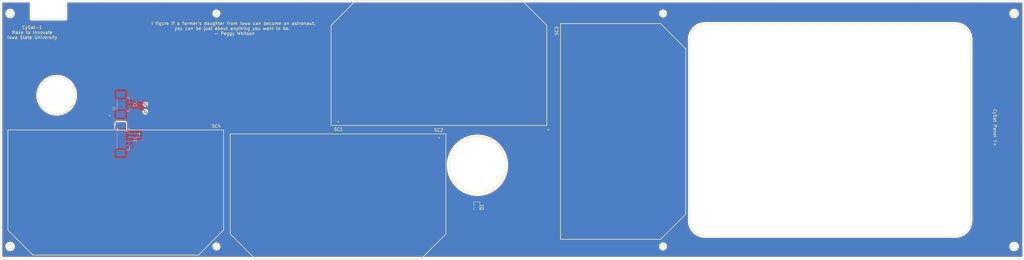
<source format=kicad_pcb>
(kicad_pcb (version 20171130) (host pcbnew "(5.1.9)-1")

  (general
    (thickness 1.6)
    (drawings 52)
    (tracks 42)
    (zones 0)
    (modules 7)
    (nets 5)
  )

  (page A2)
  (title_block
    (title "CySat Solar Panel Y+")
    (date 2020-07-21)
    (rev 3)
    (company "Iowa State University")
    (comment 1 "Matthew E. Nelson")
  )

  (layers
    (0 F.Cu signal)
    (31 B.Cu signal)
    (32 B.Adhes user)
    (33 F.Adhes user)
    (34 B.Paste user)
    (35 F.Paste user)
    (36 B.SilkS user)
    (37 F.SilkS user hide)
    (38 B.Mask user)
    (39 F.Mask user)
    (40 Dwgs.User user)
    (41 Cmts.User user)
    (42 Eco1.User user)
    (43 Eco2.User user)
    (44 Edge.Cuts user)
    (45 Margin user)
    (46 B.CrtYd user)
    (47 F.CrtYd user)
    (48 B.Fab user)
    (49 F.Fab user)
  )

  (setup
    (last_trace_width 0.25)
    (trace_clearance 0.2)
    (zone_clearance 0.508)
    (zone_45_only no)
    (trace_min 0.2)
    (via_size 0.8)
    (via_drill 0.4)
    (via_min_size 0.4)
    (via_min_drill 0.3)
    (uvia_size 0.3)
    (uvia_drill 0.1)
    (uvias_allowed no)
    (uvia_min_size 0.2)
    (uvia_min_drill 0.1)
    (edge_width 0.05)
    (segment_width 0.2)
    (pcb_text_width 0.3)
    (pcb_text_size 1.5 1.5)
    (mod_edge_width 0.12)
    (mod_text_size 1 1)
    (mod_text_width 0.15)
    (pad_size 1.524 1.524)
    (pad_drill 0.762)
    (pad_to_mask_clearance 0.051)
    (solder_mask_min_width 0.25)
    (aux_axis_origin 0 0)
    (visible_elements 7FFFFFFF)
    (pcbplotparams
      (layerselection 0x010fc_ffffffff)
      (usegerberextensions false)
      (usegerberattributes false)
      (usegerberadvancedattributes false)
      (creategerberjobfile false)
      (excludeedgelayer true)
      (linewidth 0.100000)
      (plotframeref false)
      (viasonmask false)
      (mode 1)
      (useauxorigin false)
      (hpglpennumber 1)
      (hpglpenspeed 20)
      (hpglpendiameter 15.000000)
      (psnegative false)
      (psa4output false)
      (plotreference true)
      (plotvalue true)
      (plotinvisibletext false)
      (padsonsilk false)
      (subtractmaskfromsilk false)
      (outputformat 1)
      (mirror false)
      (drillshape 1)
      (scaleselection 1)
      (outputdirectory ""))
  )

  (net 0 "")
  (net 1 VSS)
  (net 2 VCC)
  (net 3 "Net-(D1-Pad1)")
  (net 4 "Net-(D1-Pad2)")

  (net_class Default "This is the default net class."
    (clearance 0.2)
    (trace_width 0.25)
    (via_dia 0.8)
    (via_drill 0.4)
    (uvia_dia 0.3)
    (uvia_drill 0.1)
    (add_net "Net-(D1-Pad1)")
    (add_net "Net-(D1-Pad2)")
    (add_net VCC)
    (add_net VSS)
  )

  (module Connector_Molex:Molex_PicoBlade_53398-0471_1x04-1MP_P1.25mm_Vertical (layer B.Cu) (tedit 5B78AD88) (tstamp 5CB9A905)
    (at 166.36 229.8 90)
    (descr "Molex PicoBlade series connector, 53398-0471 (http://www.molex.com/pdm_docs/sd/533980271_sd.pdf), generated with kicad-footprint-generator")
    (tags "connector Molex PicoBlade side entry")
    (path /5CABAE1D)
    (attr smd)
    (fp_text reference J1 (at 0 3.1 90) (layer B.SilkS)
      (effects (font (size 1 1) (thickness 0.15)) (justify mirror))
    )
    (fp_text value Conn_01x04 (at 0 -4.2 90) (layer B.Fab)
      (effects (font (size 1 1) (thickness 0.15)) (justify mirror))
    )
    (fp_line (start -1.875 0.392893) (end -1.375 1.1) (layer B.Fab) (width 0.1))
    (fp_line (start -2.375 1.1) (end -1.875 0.392893) (layer B.Fab) (width 0.1))
    (fp_line (start 5.98 2.4) (end -5.98 2.4) (layer B.CrtYd) (width 0.05))
    (fp_line (start 5.98 -3.5) (end 5.98 2.4) (layer B.CrtYd) (width 0.05))
    (fp_line (start -5.98 -3.5) (end 5.98 -3.5) (layer B.CrtYd) (width 0.05))
    (fp_line (start -5.98 2.4) (end -5.98 -3.5) (layer B.CrtYd) (width 0.05))
    (fp_line (start 4.875 0.2) (end 3.375 0.2) (layer B.Fab) (width 0.1))
    (fp_line (start 4.875 -0.4) (end 4.875 0.2) (layer B.Fab) (width 0.1))
    (fp_line (start 5.075 -0.6) (end 4.875 -0.4) (layer B.Fab) (width 0.1))
    (fp_line (start 5.075 -2.4) (end 5.075 -0.6) (layer B.Fab) (width 0.1))
    (fp_line (start 4.875 -2.6) (end 5.075 -2.4) (layer B.Fab) (width 0.1))
    (fp_line (start 3.375 -2.6) (end 4.875 -2.6) (layer B.Fab) (width 0.1))
    (fp_line (start -4.875 0.2) (end -3.375 0.2) (layer B.Fab) (width 0.1))
    (fp_line (start -4.875 -0.4) (end -4.875 0.2) (layer B.Fab) (width 0.1))
    (fp_line (start -5.075 -0.6) (end -4.875 -0.4) (layer B.Fab) (width 0.1))
    (fp_line (start -5.075 -2.4) (end -5.075 -0.6) (layer B.Fab) (width 0.1))
    (fp_line (start -4.875 -2.6) (end -5.075 -2.4) (layer B.Fab) (width 0.1))
    (fp_line (start -3.375 -2.6) (end -4.875 -2.6) (layer B.Fab) (width 0.1))
    (fp_line (start 2.025 -1.225) (end 1.725 -1.225) (layer B.Fab) (width 0.1))
    (fp_line (start 2.025 -1.825) (end 2.025 -1.225) (layer B.Fab) (width 0.1))
    (fp_line (start 1.725 -1.825) (end 2.025 -1.825) (layer B.Fab) (width 0.1))
    (fp_line (start 1.725 -1.225) (end 1.725 -1.825) (layer B.Fab) (width 0.1))
    (fp_line (start 0.775 -1.225) (end 0.475 -1.225) (layer B.Fab) (width 0.1))
    (fp_line (start 0.775 -1.825) (end 0.775 -1.225) (layer B.Fab) (width 0.1))
    (fp_line (start 0.475 -1.825) (end 0.775 -1.825) (layer B.Fab) (width 0.1))
    (fp_line (start 0.475 -1.225) (end 0.475 -1.825) (layer B.Fab) (width 0.1))
    (fp_line (start -0.475 -1.225) (end -0.775 -1.225) (layer B.Fab) (width 0.1))
    (fp_line (start -0.475 -1.825) (end -0.475 -1.225) (layer B.Fab) (width 0.1))
    (fp_line (start -0.775 -1.825) (end -0.475 -1.825) (layer B.Fab) (width 0.1))
    (fp_line (start -0.775 -1.225) (end -0.775 -1.825) (layer B.Fab) (width 0.1))
    (fp_line (start -1.725 -1.225) (end -2.025 -1.225) (layer B.Fab) (width 0.1))
    (fp_line (start -1.725 -1.825) (end -1.725 -1.225) (layer B.Fab) (width 0.1))
    (fp_line (start -2.025 -1.825) (end -1.725 -1.825) (layer B.Fab) (width 0.1))
    (fp_line (start -2.025 -1.225) (end -2.025 -1.825) (layer B.Fab) (width 0.1))
    (fp_line (start 3.375 1.1) (end 3.375 -2.6) (layer B.Fab) (width 0.1))
    (fp_line (start -3.375 1.1) (end -3.375 -2.6) (layer B.Fab) (width 0.1))
    (fp_line (start -3.375 -2.6) (end 3.375 -2.6) (layer B.Fab) (width 0.1))
    (fp_line (start -3.115 -2.71) (end 3.115 -2.71) (layer B.SilkS) (width 0.12))
    (fp_line (start 3.485 1.21) (end 2.535 1.21) (layer B.SilkS) (width 0.12))
    (fp_line (start 3.485 0.26) (end 3.485 1.21) (layer B.SilkS) (width 0.12))
    (fp_line (start -2.535 1.21) (end -2.535 1.9) (layer B.SilkS) (width 0.12))
    (fp_line (start -3.485 1.21) (end -2.535 1.21) (layer B.SilkS) (width 0.12))
    (fp_line (start -3.485 0.26) (end -3.485 1.21) (layer B.SilkS) (width 0.12))
    (fp_line (start -3.375 1.1) (end 3.375 1.1) (layer B.Fab) (width 0.1))
    (fp_text user %R (at 0 -0.4 90) (layer B.Fab)
      (effects (font (size 1 1) (thickness 0.15)) (justify mirror))
    )
    (pad 1 smd roundrect (at -1.875 1.25 90) (size 0.8 1.3) (layers B.Cu B.Paste B.Mask) (roundrect_rratio 0.25)
      (net 1 VSS))
    (pad 2 smd roundrect (at -0.625 1.25 90) (size 0.8 1.3) (layers B.Cu B.Paste B.Mask) (roundrect_rratio 0.25)
      (net 1 VSS))
    (pad 3 smd roundrect (at 0.625 1.25 90) (size 0.8 1.3) (layers B.Cu B.Paste B.Mask) (roundrect_rratio 0.25)
      (net 2 VCC))
    (pad 4 smd roundrect (at 1.875 1.25 90) (size 0.8 1.3) (layers B.Cu B.Paste B.Mask) (roundrect_rratio 0.25)
      (net 2 VCC))
    (pad MP smd roundrect (at -4.425 -1.5 90) (size 2.1 3) (layers B.Cu B.Paste B.Mask) (roundrect_rratio 0.119048))
    (pad MP smd roundrect (at 4.425 -1.5 90) (size 2.1 3) (layers B.Cu B.Paste B.Mask) (roundrect_rratio 0.119048))
    (model ${KISYS3DMOD}/Connector_Molex.3dshapes/Molex_PicoBlade_53398-0471_1x04-1MP_P1.25mm_Vertical.wrl
      (at (xyz 0 0 0))
      (scale (xyz 1 1 1))
      (rotate (xyz 0 0 0))
    )
  )

  (module Connector_Molex:Molex_PicoBlade_53398-0271_1x02-1MP_P1.25mm_Vertical (layer B.Cu) (tedit 5B78AD88) (tstamp 5CB9A932)
    (at 166.36 218.6 90)
    (descr "Molex PicoBlade series connector, 53398-0271 (http://www.molex.com/pdm_docs/sd/533980271_sd.pdf), generated with kicad-footprint-generator")
    (tags "connector Molex PicoBlade side entry")
    (path /5CAF553F)
    (attr smd)
    (fp_text reference J2 (at 0 3.1 90) (layer B.SilkS)
      (effects (font (size 1 1) (thickness 0.15)) (justify mirror))
    )
    (fp_text value Conn_01x02 (at 0 -4.2 90) (layer B.Fab)
      (effects (font (size 1 1) (thickness 0.15)) (justify mirror))
    )
    (fp_line (start -2.125 1.1) (end 2.125 1.1) (layer B.Fab) (width 0.1))
    (fp_line (start -2.235 0.26) (end -2.235 1.21) (layer B.SilkS) (width 0.12))
    (fp_line (start -2.235 1.21) (end -1.285 1.21) (layer B.SilkS) (width 0.12))
    (fp_line (start -1.285 1.21) (end -1.285 1.9) (layer B.SilkS) (width 0.12))
    (fp_line (start 2.235 0.26) (end 2.235 1.21) (layer B.SilkS) (width 0.12))
    (fp_line (start 2.235 1.21) (end 1.285 1.21) (layer B.SilkS) (width 0.12))
    (fp_line (start -1.865 -2.71) (end 1.865 -2.71) (layer B.SilkS) (width 0.12))
    (fp_line (start -2.125 -2.6) (end 2.125 -2.6) (layer B.Fab) (width 0.1))
    (fp_line (start -2.125 1.1) (end -2.125 -2.6) (layer B.Fab) (width 0.1))
    (fp_line (start 2.125 1.1) (end 2.125 -2.6) (layer B.Fab) (width 0.1))
    (fp_line (start -0.775 -1.225) (end -0.775 -1.825) (layer B.Fab) (width 0.1))
    (fp_line (start -0.775 -1.825) (end -0.475 -1.825) (layer B.Fab) (width 0.1))
    (fp_line (start -0.475 -1.825) (end -0.475 -1.225) (layer B.Fab) (width 0.1))
    (fp_line (start -0.475 -1.225) (end -0.775 -1.225) (layer B.Fab) (width 0.1))
    (fp_line (start 0.475 -1.225) (end 0.475 -1.825) (layer B.Fab) (width 0.1))
    (fp_line (start 0.475 -1.825) (end 0.775 -1.825) (layer B.Fab) (width 0.1))
    (fp_line (start 0.775 -1.825) (end 0.775 -1.225) (layer B.Fab) (width 0.1))
    (fp_line (start 0.775 -1.225) (end 0.475 -1.225) (layer B.Fab) (width 0.1))
    (fp_line (start -2.125 -2.6) (end -3.625 -2.6) (layer B.Fab) (width 0.1))
    (fp_line (start -3.625 -2.6) (end -3.825 -2.4) (layer B.Fab) (width 0.1))
    (fp_line (start -3.825 -2.4) (end -3.825 -0.6) (layer B.Fab) (width 0.1))
    (fp_line (start -3.825 -0.6) (end -3.625 -0.4) (layer B.Fab) (width 0.1))
    (fp_line (start -3.625 -0.4) (end -3.625 0.2) (layer B.Fab) (width 0.1))
    (fp_line (start -3.625 0.2) (end -2.125 0.2) (layer B.Fab) (width 0.1))
    (fp_line (start 2.125 -2.6) (end 3.625 -2.6) (layer B.Fab) (width 0.1))
    (fp_line (start 3.625 -2.6) (end 3.825 -2.4) (layer B.Fab) (width 0.1))
    (fp_line (start 3.825 -2.4) (end 3.825 -0.6) (layer B.Fab) (width 0.1))
    (fp_line (start 3.825 -0.6) (end 3.625 -0.4) (layer B.Fab) (width 0.1))
    (fp_line (start 3.625 -0.4) (end 3.625 0.2) (layer B.Fab) (width 0.1))
    (fp_line (start 3.625 0.2) (end 2.125 0.2) (layer B.Fab) (width 0.1))
    (fp_line (start -4.72 2.4) (end -4.72 -3.5) (layer B.CrtYd) (width 0.05))
    (fp_line (start -4.72 -3.5) (end 4.72 -3.5) (layer B.CrtYd) (width 0.05))
    (fp_line (start 4.72 -3.5) (end 4.72 2.4) (layer B.CrtYd) (width 0.05))
    (fp_line (start 4.72 2.4) (end -4.72 2.4) (layer B.CrtYd) (width 0.05))
    (fp_line (start -1.125 1.1) (end -0.625 0.392893) (layer B.Fab) (width 0.1))
    (fp_line (start -0.625 0.392893) (end -0.125 1.1) (layer B.Fab) (width 0.1))
    (fp_text user %R (at 0 -0.4 90) (layer B.Fab)
      (effects (font (size 1 1) (thickness 0.15)) (justify mirror))
    )
    (pad MP smd roundrect (at 3.175 -1.5 90) (size 2.1 3) (layers B.Cu B.Paste B.Mask) (roundrect_rratio 0.119048))
    (pad MP smd roundrect (at -3.175 -1.5 90) (size 2.1 3) (layers B.Cu B.Paste B.Mask) (roundrect_rratio 0.119048))
    (pad 2 smd roundrect (at 0.625 1.25 90) (size 0.8 1.3) (layers B.Cu B.Paste B.Mask) (roundrect_rratio 0.25)
      (net 3 "Net-(D1-Pad1)"))
    (pad 1 smd roundrect (at -0.625 1.25 90) (size 0.8 1.3) (layers B.Cu B.Paste B.Mask) (roundrect_rratio 0.25)
      (net 4 "Net-(D1-Pad2)"))
    (model ${KISYS3DMOD}/Connector_Molex.3dshapes/Molex_PicoBlade_53398-0271_1x02-1MP_P1.25mm_Vertical.wrl
      (at (xyz 0 0 0))
      (scale (xyz 1 1 1))
      (rotate (xyz 0 0 0))
    )
  )

  (module Diode_SMD:D_0805_2012Metric (layer F.Cu) (tedit 5B36C52B) (tstamp 5F180162)
    (at 278.765 251.46 270)
    (descr "Diode SMD 0805 (2012 Metric), square (rectangular) end terminal, IPC_7351 nominal, (Body size source: https://docs.google.com/spreadsheets/d/1BsfQQcO9C6DZCsRaXUlFlo91Tg2WpOkGARC1WS5S8t0/edit?usp=sharing), generated with kicad-footprint-generator")
    (tags diode)
    (path /5CC5A3C1)
    (attr smd)
    (fp_text reference D1 (at 0 -1.65 90) (layer F.SilkS)
      (effects (font (size 1 1) (thickness 0.15)))
    )
    (fp_text value D_Photo (at 0 1.65 90) (layer F.Fab)
      (effects (font (size 1 1) (thickness 0.15)))
    )
    (fp_line (start 1.68 0.95) (end -1.68 0.95) (layer F.CrtYd) (width 0.05))
    (fp_line (start 1.68 -0.95) (end 1.68 0.95) (layer F.CrtYd) (width 0.05))
    (fp_line (start -1.68 -0.95) (end 1.68 -0.95) (layer F.CrtYd) (width 0.05))
    (fp_line (start -1.68 0.95) (end -1.68 -0.95) (layer F.CrtYd) (width 0.05))
    (fp_line (start -1.685 0.96) (end 1 0.96) (layer F.SilkS) (width 0.12))
    (fp_line (start -1.685 -0.96) (end -1.685 0.96) (layer F.SilkS) (width 0.12))
    (fp_line (start 1 -0.96) (end -1.685 -0.96) (layer F.SilkS) (width 0.12))
    (fp_line (start 1 0.6) (end 1 -0.6) (layer F.Fab) (width 0.1))
    (fp_line (start -1 0.6) (end 1 0.6) (layer F.Fab) (width 0.1))
    (fp_line (start -1 -0.3) (end -1 0.6) (layer F.Fab) (width 0.1))
    (fp_line (start -0.7 -0.6) (end -1 -0.3) (layer F.Fab) (width 0.1))
    (fp_line (start 1 -0.6) (end -0.7 -0.6) (layer F.Fab) (width 0.1))
    (fp_text user %R (at 0 0 180) (layer B.Fab)
      (effects (font (size 0.5 0.5) (thickness 0.08)) (justify mirror))
    )
    (pad 1 smd roundrect (at -0.9375 0 270) (size 0.975 1.4) (layers F.Cu F.Paste F.Mask) (roundrect_rratio 0.25)
      (net 3 "Net-(D1-Pad1)"))
    (pad 2 smd roundrect (at 0.9375 0 270) (size 0.975 1.4) (layers F.Cu F.Paste F.Mask) (roundrect_rratio 0.25)
      (net 4 "Net-(D1-Pad2)"))
    (model ${KISYS3DMOD}/Diode_SMD.3dshapes/D_0805_2012Metric.wrl
      (at (xyz 0 0 0))
      (scale (xyz 1 1 1))
      (rotate (xyz 0 0 0))
    )
  )

  (module CySat_Solar:Spectrolab (layer F.Cu) (tedit 5F14AFE2) (tstamp 5F180174)
    (at 266.7 227.965)
    (path /5CAFDDDE)
    (fp_text reference SC1 (at -32.2 -1.4) (layer F.SilkS)
      (effects (font (size 1 1) (thickness 0.15)))
    )
    (fp_text value Solar_Cell (at 31 -1.2) (layer F.Fab)
      (effects (font (size 1 1) (thickness 0.15)))
    )
    (fp_line (start 34.440573 -34.640087) (end 34.440573 -2.640087) (layer F.SilkS) (width 0.2))
    (fp_line (start 26.440573 -42.640087) (end 34.440573 -34.640087) (layer F.SilkS) (width 0.2))
    (fp_line (start -34.559427 -34.640087) (end -26.559427 -42.640087) (layer F.SilkS) (width 0.2))
    (fp_line (start -34.559427 -2.640087) (end -34.559427 -34.640087) (layer F.SilkS) (width 0.2))
    (fp_line (start -26.559427 -42.640087) (end 26.440573 -42.640087) (layer F.SilkS) (width 0.2))
    (fp_line (start 34.440573 -2.640087) (end -34.559427 -2.640087) (layer F.SilkS) (width 0.2))
    (pad 1 smd rect (at 24.480573 -1.440087 180) (size 2.5 2.5) (layers F.Cu F.Paste F.Mask)
      (net 2 VCC))
    (pad 1 smd rect (at 19.480573 -1.440087 180) (size 2.5 2.5) (layers F.Cu F.Paste F.Mask)
      (net 2 VCC))
    (pad 2 smd rect (at 1.880573 -1.440087 180) (size 2.5 2.5) (layers F.Cu F.Paste F.Mask)
      (net 1 VSS))
    (pad 2 smd rect (at -2.119427 -1.440087 180) (size 2.5 2.5) (layers F.Cu F.Paste F.Mask)
      (net 1 VSS))
    (pad 1 smd rect (at -19.519427 -1.440087 180) (size 2.5 2.5) (layers F.Cu F.Paste F.Mask)
      (net 2 VCC))
    (pad 1 smd rect (at -24.519427 -1.440087 180) (size 2.5 2.5) (layers F.Cu F.Paste F.Mask)
      (net 2 VCC))
    (model "C:/GitHub/CySat-SidePanels/footprints/UTJ Solar Cell SolidWorks.STEP"
      (offset (xyz -34.5 42.5 0.3))
      (scale (xyz 1 1 1))
      (rotate (xyz 180 0 0))
    )
  )

  (module CySat_Solar:Spectrolab (layer F.Cu) (tedit 5F14AFE2) (tstamp 5F180183)
    (at 234.315 225.425 180)
    (path /5CAFE43B)
    (fp_text reference SC2 (at -32.2 -1.4) (layer F.SilkS)
      (effects (font (size 1 1) (thickness 0.15)))
    )
    (fp_text value Solar_Cell (at 31 -1.2) (layer F.Fab)
      (effects (font (size 1 1) (thickness 0.15)))
    )
    (fp_line (start 34.440573 -2.640087) (end -34.559427 -2.640087) (layer F.SilkS) (width 0.2))
    (fp_line (start -26.559427 -42.640087) (end 26.440573 -42.640087) (layer F.SilkS) (width 0.2))
    (fp_line (start -34.559427 -2.640087) (end -34.559427 -34.640087) (layer F.SilkS) (width 0.2))
    (fp_line (start -34.559427 -34.640087) (end -26.559427 -42.640087) (layer F.SilkS) (width 0.2))
    (fp_line (start 26.440573 -42.640087) (end 34.440573 -34.640087) (layer F.SilkS) (width 0.2))
    (fp_line (start 34.440573 -34.640087) (end 34.440573 -2.640087) (layer F.SilkS) (width 0.2))
    (pad 1 smd rect (at -24.519427 -1.440087) (size 2.5 2.5) (layers F.Cu F.Paste F.Mask)
      (net 2 VCC))
    (pad 1 smd rect (at -19.519427 -1.440087) (size 2.5 2.5) (layers F.Cu F.Paste F.Mask)
      (net 2 VCC))
    (pad 2 smd rect (at -2.119427 -1.440087) (size 2.5 2.5) (layers F.Cu F.Paste F.Mask)
      (net 1 VSS))
    (pad 2 smd rect (at 1.880573 -1.440087) (size 2.5 2.5) (layers F.Cu F.Paste F.Mask)
      (net 1 VSS))
    (pad 1 smd rect (at 19.480573 -1.440087) (size 2.5 2.5) (layers F.Cu F.Paste F.Mask)
      (net 2 VCC))
    (pad 1 smd rect (at 24.480573 -1.440087) (size 2.5 2.5) (layers F.Cu F.Paste F.Mask)
      (net 2 VCC))
    (model "C:/GitHub/CySat-SidePanels/footprints/UTJ Solar Cell SolidWorks.STEP"
      (offset (xyz -34.5 42.5 0.3))
      (scale (xyz 1 1 1))
      (rotate (xyz 180 0 0))
    )
  )

  (module CySat_Solar:Spectrolab (layer F.Cu) (tedit 5F14AFE2) (tstamp 5F180192)
    (at 302.895 227.33 270)
    (path /5CBEA911)
    (fp_text reference SC3 (at -32.2 -1.4 90) (layer F.SilkS)
      (effects (font (size 1 1) (thickness 0.15)))
    )
    (fp_text value Solar_Cell (at 31 -1.2 90) (layer F.Fab)
      (effects (font (size 1 1) (thickness 0.15)))
    )
    (fp_line (start 34.440573 -34.640087) (end 34.440573 -2.640087) (layer F.SilkS) (width 0.2))
    (fp_line (start 26.440573 -42.640087) (end 34.440573 -34.640087) (layer F.SilkS) (width 0.2))
    (fp_line (start -34.559427 -34.640087) (end -26.559427 -42.640087) (layer F.SilkS) (width 0.2))
    (fp_line (start -34.559427 -2.640087) (end -34.559427 -34.640087) (layer F.SilkS) (width 0.2))
    (fp_line (start -26.559427 -42.640087) (end 26.440573 -42.640087) (layer F.SilkS) (width 0.2))
    (fp_line (start 34.440573 -2.640087) (end -34.559427 -2.640087) (layer F.SilkS) (width 0.2))
    (pad 1 smd rect (at 24.480573 -1.440087 90) (size 2.5 2.5) (layers F.Cu F.Paste F.Mask)
      (net 2 VCC))
    (pad 1 smd rect (at 19.480573 -1.440087 90) (size 2.5 2.5) (layers F.Cu F.Paste F.Mask)
      (net 2 VCC))
    (pad 2 smd rect (at 1.880573 -1.440087 90) (size 2.5 2.5) (layers F.Cu F.Paste F.Mask)
      (net 1 VSS))
    (pad 2 smd rect (at -2.119427 -1.440087 90) (size 2.5 2.5) (layers F.Cu F.Paste F.Mask)
      (net 1 VSS))
    (pad 1 smd rect (at -19.519427 -1.440087 90) (size 2.5 2.5) (layers F.Cu F.Paste F.Mask)
      (net 2 VCC))
    (pad 1 smd rect (at -24.519427 -1.440087 90) (size 2.5 2.5) (layers F.Cu F.Paste F.Mask)
      (net 2 VCC))
    (model "C:/GitHub/CySat-SidePanels/footprints/UTJ Solar Cell SolidWorks.STEP"
      (offset (xyz -34.5 42.5 0.3))
      (scale (xyz 1 1 1))
      (rotate (xyz 180 0 0))
    )
  )

  (module CySat_Solar:Spectrolab (layer F.Cu) (tedit 5F14AFE2) (tstamp 5F1801A1)
    (at 163.195 224.155 180)
    (path /5F1A89C2)
    (fp_text reference SC4 (at -32.2 -1.4) (layer F.SilkS)
      (effects (font (size 1 1) (thickness 0.15)))
    )
    (fp_text value Solar_Cell (at 31 -1.2) (layer F.Fab)
      (effects (font (size 1 1) (thickness 0.15)))
    )
    (fp_line (start 34.440573 -2.640087) (end -34.559427 -2.640087) (layer F.SilkS) (width 0.2))
    (fp_line (start -26.559427 -42.640087) (end 26.440573 -42.640087) (layer F.SilkS) (width 0.2))
    (fp_line (start -34.559427 -2.640087) (end -34.559427 -34.640087) (layer F.SilkS) (width 0.2))
    (fp_line (start -34.559427 -34.640087) (end -26.559427 -42.640087) (layer F.SilkS) (width 0.2))
    (fp_line (start 26.440573 -42.640087) (end 34.440573 -34.640087) (layer F.SilkS) (width 0.2))
    (fp_line (start 34.440573 -34.640087) (end 34.440573 -2.640087) (layer F.SilkS) (width 0.2))
    (pad 1 smd rect (at -24.519427 -1.440087) (size 2.5 2.5) (layers F.Cu F.Paste F.Mask)
      (net 2 VCC))
    (pad 1 smd rect (at -19.519427 -1.440087) (size 2.5 2.5) (layers F.Cu F.Paste F.Mask)
      (net 2 VCC))
    (pad 2 smd rect (at -2.119427 -1.440087) (size 2.5 2.5) (layers F.Cu F.Paste F.Mask)
      (net 1 VSS))
    (pad 2 smd rect (at 1.880573 -1.440087) (size 2.5 2.5) (layers F.Cu F.Paste F.Mask)
      (net 1 VSS))
    (pad 1 smd rect (at 19.480573 -1.440087) (size 2.5 2.5) (layers F.Cu F.Paste F.Mask)
      (net 2 VCC))
    (pad 1 smd rect (at 24.480573 -1.440087) (size 2.5 2.5) (layers F.Cu F.Paste F.Mask)
      (net 2 VCC))
    (model "C:/GitHub/CySat-SidePanels/footprints/UTJ Solar Cell SolidWorks.STEP"
      (offset (xyz -34.5 42.5 0.3))
      (scale (xyz 1 1 1))
      (rotate (xyz 180 0 0))
    )
  )

  (gr_line (start 147.25 185.275) (end 453.76 185.325) (layer Edge.Cuts) (width 0.05))
  (gr_line (start 147.25 191.3) (end 147.25 185.275) (layer Edge.Cuts) (width 0.05))
  (gr_line (start 136.25 191.3) (end 147.25 191.3) (layer Edge.Cuts) (width 0.05))
  (gr_line (start 136.25 185.3) (end 136.25 191.3) (layer Edge.Cuts) (width 0.05))
  (gr_line (start 126.26 185.3) (end 136.25 185.3) (layer Edge.Cuts) (width 0.05))
  (gr_text "CySat Panel Y+" (at 444.5 226.06 270) (layer F.SilkS)
    (effects (font (size 1 1) (thickness 0.15)))
  )
  (gr_text "I figure if a farmer’s daughter from Iowa can become an astronaut, \nyou can be just about anything you want to be.  \n- Peggy Whitson" (at 201.295 194.31) (layer F.SilkS)
    (effects (font (size 1 1) (thickness 0.15)))
  )
  (gr_text "CySat-1\nMake to Innovate\nIowa State University" (at 136.525 195.58) (layer F.SilkS)
    (effects (font (size 1 1) (thickness 0.15)))
  )
  (gr_circle (center 162.71 220) (end 162.66 219.5) (layer B.SilkS) (width 0.12))
  (gr_circle (center 162.71 220) (end 162.71 219.95) (layer B.SilkS) (width 0.12))
  (gr_line (start 436.76 255.9) (end 436.76 197.7) (layer Edge.Cuts) (width 0.05) (tstamp 5CAF6B49))
  (gr_line (start 351.66 260.8) (end 431.86 260.8) (layer Edge.Cuts) (width 0.05) (tstamp 5CAF6B48))
  (gr_line (start 346.76 197.7) (end 346.76 255.9) (layer Edge.Cuts) (width 0.05) (tstamp 5CAF6B47))
  (gr_line (start 431.86 192.8) (end 351.66 192.8) (layer Edge.Cuts) (width 0.05) (tstamp 5CAF6B46))
  (gr_arc (start 351.66 197.7) (end 351.66 192.8) (angle -90) (layer Edge.Cuts) (width 0.05) (tstamp 5CAF6B37))
  (gr_arc (start 351.66 255.9) (end 346.76 255.9) (angle -90) (layer Edge.Cuts) (width 0.05) (tstamp 5CAF6B36))
  (gr_arc (start 431.86 197.7) (end 436.76 197.7) (angle -90) (layer Edge.Cuts) (width 0.05) (tstamp 5CAF6B2F))
  (gr_arc (start 431.86 255.9) (end 431.86 260.8) (angle -90) (layer Edge.Cuts) (width 0.05))
  (gr_circle (center 195.46 189.55) (end 195.46 188.8) (layer Edge.Cuts) (width 0.05) (tstamp 5CAF6B2C))
  (gr_circle (center 338.31 189.55) (end 338.31 188.8) (layer Edge.Cuts) (width 0.05) (tstamp 5CAF6B2A))
  (gr_circle (center 338.31 264.05) (end 338.31 263.3) (layer Edge.Cuts) (width 0.05) (tstamp 5CAF6B28))
  (gr_circle (center 195.46 264.05) (end 195.46 263.3) (layer Edge.Cuts) (width 0.05))
  (gr_circle (center 129.46 189.55) (end 129.46 188.55) (layer Edge.Cuts) (width 0.05) (tstamp 5CAF6B20))
  (gr_circle (center 129.46 264.05) (end 129.46 263.05) (layer Edge.Cuts) (width 0.05) (tstamp 5CAF6B1E))
  (gr_circle (center 450.61 189.55) (end 450.61 188.55) (layer Edge.Cuts) (width 0.05) (tstamp 5CAF6B1C))
  (gr_circle (center 450.61 264.05) (end 450.61 263.05) (layer Edge.Cuts) (width 0.05))
  (gr_line (start 453.76 268.3) (end 453.76 185.325) (layer Edge.Cuts) (width 0.05) (tstamp 5CAF6B1A))
  (gr_line (start 126.26 268.3) (end 453.76 268.3) (layer Edge.Cuts) (width 0.05))
  (gr_line (start 126.26 185.3) (end 126.26 268.3) (layer Edge.Cuts) (width 0.05))
  (gr_circle (center 144.36 215.7) (end 144.16 209.7) (layer Edge.Cuts) (width 0.05))
  (gr_circle (center 278.96 238.1) (end 288.262174 238.1) (layer Edge.Cuts) (width 0.05))
  (gr_line (start 453.764363 268.3) (end 126.264364 268.3) (layer F.SilkS) (width 0.2))
  (gr_line (start 351.764363 260.8) (end 431.764363 260.8) (layer F.SilkS) (width 0.2))
  (gr_line (start 346.764363 197.8) (end 346.764363 255.8) (layer F.SilkS) (width 0.2))
  (gr_line (start 126.264364 268.3) (end 126.264364 185.3) (layer F.SilkS) (width 0.2))
  (gr_line (start 453.764363 185.3) (end 453.764363 268.3) (layer F.SilkS) (width 0.2))
  (gr_line (start 431.764363 192.8) (end 351.764363 192.8) (layer F.SilkS) (width 0.2))
  (gr_line (start 436.764363 255.8) (end 436.764363 197.8) (layer F.SilkS) (width 0.2))
  (gr_arc (start 351.764363 255.8) (end 346.764363 255.8) (angle -90) (layer F.SilkS) (width 0.2))
  (gr_arc (start 431.764363 197.8) (end 436.764363 197.8) (angle -90) (layer F.SilkS) (width 0.2))
  (gr_arc (start 431.764363 255.8) (end 431.764363 260.8) (angle -90) (layer F.SilkS) (width 0.2))
  (gr_arc (start 351.764363 197.8) (end 351.764363 192.8) (angle -90) (layer F.SilkS) (width 0.2))
  (gr_circle (center 195.479364 189.55) (end 195.479364 190.312) (layer F.SilkS) (width 0.2))
  (gr_circle (center 450.589363 189.55) (end 450.589363 190.55) (layer F.SilkS) (width 0.2))
  (gr_circle (center 450.589363 264.05) (end 450.589363 265.05) (layer F.SilkS) (width 0.2))
  (gr_circle (center 279.014363 238.03) (end 279.014363 247.03) (layer F.SilkS) (width 0.2))
  (gr_circle (center 129.439364 189.55) (end 129.439364 190.55) (layer F.SilkS) (width 0.2))
  (gr_circle (center 144.341364 215.67) (end 144.341364 221.67) (layer F.SilkS) (width 0.2))
  (gr_circle (center 338.321363 264.05) (end 338.321363 264.812) (layer F.SilkS) (width 0.2))
  (gr_circle (center 338.321363 189.55) (end 338.321363 190.312) (layer F.SilkS) (width 0.2))
  (gr_circle (center 129.439364 264.05) (end 129.439364 265.05) (layer F.SilkS) (width 0.2))
  (gr_circle (center 195.479364 264.05) (end 195.479364 264.812) (layer F.SilkS) (width 0.2))

  (via (at 301.625 226.695) (size 0.8) (drill 0.4) (layers F.Cu B.Cu) (net 1))
  (segment (start 304.335087 225.210573) (end 303.109427 225.210573) (width 0.25) (layer F.Cu) (net 1))
  (segment (start 303.109427 225.210573) (end 301.625 226.695) (width 0.25) (layer F.Cu) (net 1))
  (segment (start 304.140573 229.210573) (end 301.625 226.695) (width 0.25) (layer F.Cu) (net 1))
  (segment (start 304.335087 229.210573) (end 304.140573 229.210573) (width 0.25) (layer F.Cu) (net 1))
  (via (at 266.7 229.235) (size 0.8) (drill 0.4) (layers F.Cu B.Cu) (net 1))
  (segment (start 264.580573 226.524913) (end 264.580573 227.115573) (width 0.25) (layer F.Cu) (net 1))
  (segment (start 264.580573 227.115573) (end 266.7 229.235) (width 0.25) (layer F.Cu) (net 1))
  (segment (start 268.580573 227.354427) (end 266.7 229.235) (width 0.25) (layer F.Cu) (net 1))
  (segment (start 268.580573 226.524913) (end 268.580573 227.354427) (width 0.25) (layer F.Cu) (net 1))
  (via (at 234.315 224.155) (size 0.8) (drill 0.4) (layers F.Cu B.Cu) (net 1))
  (segment (start 232.434427 226.865087) (end 232.434427 226.035573) (width 0.25) (layer F.Cu) (net 1))
  (segment (start 232.434427 226.035573) (end 234.315 224.155) (width 0.25) (layer F.Cu) (net 1))
  (segment (start 236.434427 226.274427) (end 234.315 224.155) (width 0.25) (layer F.Cu) (net 1))
  (segment (start 236.434427 226.865087) (end 236.434427 226.274427) (width 0.25) (layer F.Cu) (net 1))
  (via (at 161.29 222.25) (size 0.8) (drill 0.4) (layers F.Cu B.Cu) (net 1))
  (segment (start 161.314427 225.595087) (end 161.314427 222.274427) (width 0.25) (layer F.Cu) (net 1))
  (segment (start 161.314427 222.274427) (end 161.29 222.25) (width 0.25) (layer F.Cu) (net 1))
  (segment (start 164.635087 225.595087) (end 161.29 222.25) (width 0.25) (layer F.Cu) (net 1))
  (segment (start 165.314427 225.595087) (end 164.635087 225.595087) (width 0.25) (layer F.Cu) (net 1))
  (via (at 170.815 227.965) (size 0.8) (drill 0.4) (layers F.Cu B.Cu) (net 2))
  (segment (start 170.815 219.271998) (end 170.815 227.965) (width 0.25) (layer F.Cu) (net 2))
  (segment (start 172.371999 217.714999) (end 170.815 219.271998) (width 0.25) (layer F.Cu) (net 2))
  (segment (start 182.714427 225.595087) (end 174.834339 217.714999) (width 0.25) (layer F.Cu) (net 2))
  (segment (start 174.834339 217.714999) (end 172.371999 217.714999) (width 0.25) (layer F.Cu) (net 2))
  (segment (start 167.65 227.965) (end 167.61 227.925) (width 0.25) (layer B.Cu) (net 2))
  (segment (start 170.815 227.965) (end 167.65 227.965) (width 0.7) (layer B.Cu) (net 2))
  (segment (start 167.61 229.175) (end 170.755 229.175) (width 0.7) (layer B.Cu) (net 2))
  (segment (start 170.815 229.115) (end 170.815 227.965) (width 0.7) (layer B.Cu) (net 2))
  (segment (start 170.755 229.175) (end 170.815 229.115) (width 0.25) (layer B.Cu) (net 2))
  (segment (start 172.72 218.685662) (end 172.72 218.44) (width 0.25) (layer F.Cu) (net 3))
  (via (at 172.72 218.44) (size 0.8) (drill 0.4) (layers F.Cu B.Cu) (net 3))
  (segment (start 278.765 250.5225) (end 204.556838 250.5225) (width 0.25) (layer F.Cu) (net 3))
  (segment (start 204.556838 250.5225) (end 172.72 218.685662) (width 0.25) (layer F.Cu) (net 3))
  (segment (start 172.72 218.44) (end 168.91 218.44) (width 0.25) (layer B.Cu) (net 3))
  (segment (start 168.445 217.975) (end 167.61 217.975) (width 0.25) (layer B.Cu) (net 3))
  (segment (start 168.91 218.44) (end 168.445 217.975) (width 0.25) (layer B.Cu) (net 3))
  (via (at 172.72 220.98) (size 0.8) (drill 0.4) (layers F.Cu B.Cu) (net 4))
  (segment (start 278.765 252.3975) (end 204.1375 252.3975) (width 0.25) (layer F.Cu) (net 4))
  (segment (start 204.1375 252.3975) (end 172.72 220.98) (width 0.25) (layer F.Cu) (net 4))
  (segment (start 170.965 219.225) (end 167.61 219.225) (width 0.25) (layer B.Cu) (net 4))
  (segment (start 172.72 220.98) (end 170.965 219.225) (width 0.25) (layer B.Cu) (net 4))

  (zone (net 0) (net_name "") (layers F&B.Cu) (tstamp 0) (hatch edge 0.508)
    (connect_pads (clearance 0.508))
    (min_thickness 0.254)
    (keepout (tracks not_allowed) (vias not_allowed) (copperpour not_allowed))
    (fill (arc_segments 32) (thermal_gap 0.508) (thermal_bridge_width 0.508))
    (polygon
      (pts
        (xy 436.753 255.8923) (xy 436.7657 197.7009) (xy 436.6768 196.8754) (xy 436.5244 196.2531) (xy 436.3212 195.707)
        (xy 436.0418 195.1609) (xy 435.6354 194.5767) (xy 435.0258 193.9671) (xy 434.3146 193.4591) (xy 433.6415 193.1416)
        (xy 432.9938 192.9384) (xy 432.3715 192.8241) (xy 431.7873 192.7987) (xy 351.6249 192.7987) (xy 350.7613 192.8749)
        (xy 350.1009 193.04) (xy 349.4278 193.3194) (xy 348.9579 193.6115) (xy 348.361 194.0687) (xy 348.0054 194.4497)
        (xy 347.5482 195.0212) (xy 347.1037 195.8848) (xy 346.9005 196.5198) (xy 346.7735 197.358) (xy 346.7608 197.6755)
        (xy 346.7608 255.9431) (xy 346.7989 256.413) (xy 346.8497 256.8448) (xy 347.0021 257.4163) (xy 347.3323 258.2291)
        (xy 347.7133 258.7879) (xy 348.0562 259.2197) (xy 348.5261 259.6769) (xy 349.25 260.1849) (xy 349.9485 260.5024)
        (xy 350.4946 260.6675) (xy 351.2058 260.7818) (xy 351.7138 260.7945) (xy 431.9016 260.8072) (xy 432.7652 260.7183)
        (xy 433.6034 260.477) (xy 434.4035 260.096) (xy 435.0639 259.6134) (xy 435.7751 258.8514) (xy 436.2577 258.064)
        (xy 436.4736 257.556) (xy 436.6387 256.9972) (xy 436.7403 256.4384) (xy 436.753 256.0447)
      )
    )
  )
  (zone (net 0) (net_name "") (layers F&B.Cu) (tstamp 0) (hatch edge 0.508)
    (connect_pads (clearance 0.508))
    (min_thickness 0.254)
    (keepout (tracks not_allowed) (vias not_allowed) (copperpour not_allowed))
    (fill (arc_segments 32) (thermal_gap 0.508) (thermal_bridge_width 0.508))
    (polygon
      (pts
        (xy 288.3662 238.0107) (xy 288.3408 237.4392) (xy 288.2646 236.6518) (xy 288.1757 236.2073) (xy 287.7566 234.7595)
        (xy 287.401 233.9467) (xy 286.9057 233.0577) (xy 286.1564 232.0163) (xy 285.3944 231.2289) (xy 284.2641 230.3272)
        (xy 283.5275 229.87) (xy 282.8163 229.5144) (xy 281.9273 229.1588) (xy 281.0891 228.9175) (xy 280.1112 228.7397)
        (xy 278.8285 228.6762) (xy 277.5331 228.7778) (xy 276.4028 229.0191) (xy 275.0693 229.5017) (xy 274.1676 229.9716)
        (xy 273.1008 230.6955) (xy 272.034 231.6607) (xy 271.2466 232.664) (xy 270.5227 233.8451) (xy 270.0909 234.8484)
        (xy 269.7861 235.8644) (xy 269.5829 236.9566) (xy 269.5067 238.2393) (xy 269.6337 239.649) (xy 270.0528 241.2619)
        (xy 270.6624 242.6335) (xy 271.5387 243.9289) (xy 272.5039 244.9957) (xy 273.7739 245.9863) (xy 275.082 246.6975)
        (xy 276.5171 247.2309) (xy 278.1681 247.5357) (xy 279.7937 247.5103) (xy 280.9875 247.3325) (xy 282.321 246.9388)
        (xy 283.2608 246.5197) (xy 284.3784 245.8466) (xy 284.9372 245.4148) (xy 285.5214 244.8814) (xy 286.2072 244.1575)
        (xy 286.8041 243.3447) (xy 287.3502 242.4176) (xy 287.9598 241.0587) (xy 288.2011 240.0808) (xy 288.3535 238.9632)
      )
    )
  )
  (zone (net 0) (net_name "") (layers F&B.Cu) (tstamp 0) (hatch edge 0.508)
    (connect_pads (clearance 0.508))
    (min_thickness 0.254)
    (keepout (tracks not_allowed) (vias not_allowed) (copperpour not_allowed))
    (fill (arc_segments 32) (thermal_gap 0.508) (thermal_bridge_width 0.508))
    (polygon
      (pts
        (xy 144.3609 221.7166) (xy 145.3007 221.6785) (xy 147.0279 221.1197) (xy 148.3487 220.2434) (xy 149.2377 219.2655)
        (xy 149.7965 218.3257) (xy 150.1775 217.297) (xy 150.3553 216.408) (xy 150.4061 215.1761) (xy 150.0505 213.6775)
        (xy 149.4536 212.4075) (xy 148.5011 211.2772) (xy 147.4343 210.5025) (xy 146.5707 210.0834) (xy 145.1737 209.7024)
        (xy 144.2593 209.6643) (xy 143.1544 209.7532) (xy 141.4907 210.312) (xy 140.5763 210.9724) (xy 139.8143 211.7344)
        (xy 139.0777 212.7631) (xy 138.6078 213.9061) (xy 138.43 214.6046) (xy 138.3411 215.3793) (xy 138.3284 216.0778)
        (xy 138.557 217.3859) (xy 139.065 218.6051) (xy 139.573 219.3544) (xy 140.0302 219.8878) (xy 140.8176 220.5863)
        (xy 141.6304 221.0816) (xy 142.7734 221.5261) (xy 143.7767 221.7166)
      )
    )
  )
  (zone (net 2) (net_name VCC) (layer F.Cu) (tstamp 6042ACED) (hatch edge 0.508)
    (connect_pads (clearance 0.508))
    (min_thickness 0.254)
    (fill yes (arc_segments 32) (thermal_gap 0.508) (thermal_bridge_width 0.508))
    (polygon
      (pts
        (xy 453.39 267.335) (xy 127 267.335) (xy 127 186.055) (xy 453.39 186.055)
      )
    )
    (filled_polygon
      (pts
        (xy 135.590001 191.267571) (xy 135.586807 191.3) (xy 135.59955 191.429383) (xy 135.63729 191.553793) (xy 135.698575 191.66845)
        (xy 135.781052 191.768948) (xy 135.88155 191.851425) (xy 135.996207 191.91271) (xy 136.120617 191.95045) (xy 136.217581 191.96)
        (xy 136.25 191.963193) (xy 136.282419 191.96) (xy 147.217581 191.96) (xy 147.25 191.963193) (xy 147.282419 191.96)
        (xy 147.379383 191.95045) (xy 147.503793 191.91271) (xy 147.61845 191.851425) (xy 147.718948 191.768948) (xy 147.801425 191.66845)
        (xy 147.86271 191.553793) (xy 147.90045 191.429383) (xy 147.913193 191.3) (xy 147.91 191.267581) (xy 147.91 189.409835)
        (xy 194.036886 189.409835) (xy 194.036886 189.690165) (xy 194.091575 189.965107) (xy 194.198853 190.224097) (xy 194.354595 190.457182)
        (xy 194.552818 190.655405) (xy 194.785903 190.811147) (xy 195.044893 190.918425) (xy 195.319835 190.973114) (xy 195.600165 190.973114)
        (xy 195.875107 190.918425) (xy 196.134097 190.811147) (xy 196.367182 190.655405) (xy 196.565405 190.457182) (xy 196.721147 190.224097)
        (xy 196.828425 189.965107) (xy 196.883114 189.690165) (xy 196.883114 189.409835) (xy 336.886886 189.409835) (xy 336.886886 189.690165)
        (xy 336.941575 189.965107) (xy 337.048853 190.224097) (xy 337.204595 190.457182) (xy 337.402818 190.655405) (xy 337.635903 190.811147)
        (xy 337.894893 190.918425) (xy 338.169835 190.973114) (xy 338.450165 190.973114) (xy 338.725107 190.918425) (xy 338.984097 190.811147)
        (xy 339.217182 190.655405) (xy 339.415405 190.457182) (xy 339.571147 190.224097) (xy 339.678425 189.965107) (xy 339.733114 189.690165)
        (xy 339.733114 189.409835) (xy 339.72824 189.385331) (xy 448.93809 189.385331) (xy 448.93809 189.714669) (xy 449.00234 190.037678)
        (xy 449.128372 190.341947) (xy 449.311342 190.615781) (xy 449.544219 190.848658) (xy 449.818053 191.031628) (xy 450.122322 191.15766)
        (xy 450.445331 191.22191) (xy 450.774669 191.22191) (xy 451.097678 191.15766) (xy 451.401947 191.031628) (xy 451.675781 190.848658)
        (xy 451.908658 190.615781) (xy 452.091628 190.341947) (xy 452.21766 190.037678) (xy 452.28191 189.714669) (xy 452.28191 189.385331)
        (xy 452.21766 189.062322) (xy 452.091628 188.758053) (xy 451.908658 188.484219) (xy 451.675781 188.251342) (xy 451.401947 188.068372)
        (xy 451.097678 187.94234) (xy 450.774669 187.87809) (xy 450.445331 187.87809) (xy 450.122322 187.94234) (xy 449.818053 188.068372)
        (xy 449.544219 188.251342) (xy 449.311342 188.484219) (xy 449.128372 188.758053) (xy 449.00234 189.062322) (xy 448.93809 189.385331)
        (xy 339.72824 189.385331) (xy 339.678425 189.134893) (xy 339.571147 188.875903) (xy 339.415405 188.642818) (xy 339.217182 188.444595)
        (xy 338.984097 188.288853) (xy 338.725107 188.181575) (xy 338.450165 188.126886) (xy 338.169835 188.126886) (xy 337.894893 188.181575)
        (xy 337.635903 188.288853) (xy 337.402818 188.444595) (xy 337.204595 188.642818) (xy 337.048853 188.875903) (xy 336.941575 189.134893)
        (xy 336.886886 189.409835) (xy 196.883114 189.409835) (xy 196.828425 189.134893) (xy 196.721147 188.875903) (xy 196.565405 188.642818)
        (xy 196.367182 188.444595) (xy 196.134097 188.288853) (xy 195.875107 188.181575) (xy 195.600165 188.126886) (xy 195.319835 188.126886)
        (xy 195.044893 188.181575) (xy 194.785903 188.288853) (xy 194.552818 188.444595) (xy 194.354595 188.642818) (xy 194.198853 188.875903)
        (xy 194.091575 189.134893) (xy 194.036886 189.409835) (xy 147.91 189.409835) (xy 147.91 186.182) (xy 453.100001 186.182)
        (xy 453.1 267.208) (xy 127.127 267.208) (xy 127.127 263.885331) (xy 127.78809 263.885331) (xy 127.78809 264.214669)
        (xy 127.85234 264.537678) (xy 127.978372 264.841947) (xy 128.161342 265.115781) (xy 128.394219 265.348658) (xy 128.668053 265.531628)
        (xy 128.972322 265.65766) (xy 129.295331 265.72191) (xy 129.624669 265.72191) (xy 129.947678 265.65766) (xy 130.251947 265.531628)
        (xy 130.525781 265.348658) (xy 130.758658 265.115781) (xy 130.941628 264.841947) (xy 131.06766 264.537678) (xy 131.13191 264.214669)
        (xy 131.13191 263.909835) (xy 194.036886 263.909835) (xy 194.036886 264.190165) (xy 194.091575 264.465107) (xy 194.198853 264.724097)
        (xy 194.354595 264.957182) (xy 194.552818 265.155405) (xy 194.785903 265.311147) (xy 195.044893 265.418425) (xy 195.319835 265.473114)
        (xy 195.600165 265.473114) (xy 195.875107 265.418425) (xy 196.134097 265.311147) (xy 196.367182 265.155405) (xy 196.565405 264.957182)
        (xy 196.721147 264.724097) (xy 196.828425 264.465107) (xy 196.883114 264.190165) (xy 196.883114 263.909835) (xy 336.886886 263.909835)
        (xy 336.886886 264.190165) (xy 336.941575 264.465107) (xy 337.048853 264.724097) (xy 337.204595 264.957182) (xy 337.402818 265.155405)
        (xy 337.635903 265.311147) (xy 337.894893 265.418425) (xy 338.169835 265.473114) (xy 338.450165 265.473114) (xy 338.725107 265.418425)
        (xy 338.984097 265.311147) (xy 339.217182 265.155405) (xy 339.415405 264.957182) (xy 339.571147 264.724097) (xy 339.678425 264.465107)
        (xy 339.733114 264.190165) (xy 339.733114 263.909835) (xy 339.72824 263.885331) (xy 448.93809 263.885331) (xy 448.93809 264.214669)
        (xy 449.00234 264.537678) (xy 449.128372 264.841947) (xy 449.311342 265.115781) (xy 449.544219 265.348658) (xy 449.818053 265.531628)
        (xy 450.122322 265.65766) (xy 450.445331 265.72191) (xy 450.774669 265.72191) (xy 451.097678 265.65766) (xy 451.401947 265.531628)
        (xy 451.675781 265.348658) (xy 451.908658 265.115781) (xy 452.091628 264.841947) (xy 452.21766 264.537678) (xy 452.28191 264.214669)
        (xy 452.28191 263.885331) (xy 452.21766 263.562322) (xy 452.091628 263.258053) (xy 451.908658 262.984219) (xy 451.675781 262.751342)
        (xy 451.401947 262.568372) (xy 451.097678 262.44234) (xy 450.774669 262.37809) (xy 450.445331 262.37809) (xy 450.122322 262.44234)
        (xy 449.818053 262.568372) (xy 449.544219 262.751342) (xy 449.311342 262.984219) (xy 449.128372 263.258053) (xy 449.00234 263.562322)
        (xy 448.93809 263.885331) (xy 339.72824 263.885331) (xy 339.678425 263.634893) (xy 339.571147 263.375903) (xy 339.415405 263.142818)
        (xy 339.217182 262.944595) (xy 338.984097 262.788853) (xy 338.725107 262.681575) (xy 338.450165 262.626886) (xy 338.169835 262.626886)
        (xy 337.894893 262.681575) (xy 337.635903 262.788853) (xy 337.402818 262.944595) (xy 337.204595 263.142818) (xy 337.048853 263.375903)
        (xy 336.941575 263.634893) (xy 336.886886 263.909835) (xy 196.883114 263.909835) (xy 196.828425 263.634893) (xy 196.721147 263.375903)
        (xy 196.565405 263.142818) (xy 196.367182 262.944595) (xy 196.134097 262.788853) (xy 195.875107 262.681575) (xy 195.600165 262.626886)
        (xy 195.319835 262.626886) (xy 195.044893 262.681575) (xy 194.785903 262.788853) (xy 194.552818 262.944595) (xy 194.354595 263.142818)
        (xy 194.198853 263.375903) (xy 194.091575 263.634893) (xy 194.036886 263.909835) (xy 131.13191 263.909835) (xy 131.13191 263.885331)
        (xy 131.06766 263.562322) (xy 130.941628 263.258053) (xy 130.758658 262.984219) (xy 130.525781 262.751342) (xy 130.251947 262.568372)
        (xy 129.947678 262.44234) (xy 129.624669 262.37809) (xy 129.295331 262.37809) (xy 128.972322 262.44234) (xy 128.668053 262.568372)
        (xy 128.394219 262.751342) (xy 128.161342 262.984219) (xy 127.978372 263.258053) (xy 127.85234 263.562322) (xy 127.78809 263.885331)
        (xy 127.127 263.885331) (xy 127.127 226.845087) (xy 136.826355 226.845087) (xy 136.838615 226.969569) (xy 136.874925 227.089267)
        (xy 136.93389 227.199581) (xy 137.013242 227.296272) (xy 137.109933 227.375624) (xy 137.220247 227.434589) (xy 137.339945 227.470899)
        (xy 137.464427 227.483159) (xy 138.428677 227.480087) (xy 138.587427 227.321337) (xy 138.587427 225.722087) (xy 138.841427 225.722087)
        (xy 138.841427 227.321337) (xy 139.000177 227.480087) (xy 139.964427 227.483159) (xy 140.088909 227.470899) (xy 140.208607 227.434589)
        (xy 140.318921 227.375624) (xy 140.415612 227.296272) (xy 140.494964 227.199581) (xy 140.553929 227.089267) (xy 140.590239 226.969569)
        (xy 140.602499 226.845087) (xy 141.826355 226.845087) (xy 141.838615 226.969569) (xy 141.874925 227.089267) (xy 141.93389 227.199581)
        (xy 142.013242 227.296272) (xy 142.109933 227.375624) (xy 142.220247 227.434589) (xy 142.339945 227.470899) (xy 142.464427 227.483159)
        (xy 143.428677 227.480087) (xy 143.587427 227.321337) (xy 143.587427 225.722087) (xy 143.841427 225.722087) (xy 143.841427 227.321337)
        (xy 144.000177 227.480087) (xy 144.964427 227.483159) (xy 145.088909 227.470899) (xy 145.208607 227.434589) (xy 145.318921 227.375624)
        (xy 145.415612 227.296272) (xy 145.494964 227.199581) (xy 145.553929 227.089267) (xy 145.590239 226.969569) (xy 145.602499 226.845087)
        (xy 145.599427 225.880837) (xy 145.440677 225.722087) (xy 143.841427 225.722087) (xy 143.587427 225.722087) (xy 141.988177 225.722087)
        (xy 141.829427 225.880837) (xy 141.826355 226.845087) (xy 140.602499 226.845087) (xy 140.599427 225.880837) (xy 140.440677 225.722087)
        (xy 138.841427 225.722087) (xy 138.587427 225.722087) (xy 136.988177 225.722087) (xy 136.829427 225.880837) (xy 136.826355 226.845087)
        (xy 127.127 226.845087) (xy 127.127 224.345087) (xy 136.826355 224.345087) (xy 136.829427 225.309337) (xy 136.988177 225.468087)
        (xy 138.587427 225.468087) (xy 138.587427 223.868837) (xy 138.841427 223.868837) (xy 138.841427 225.468087) (xy 140.440677 225.468087)
        (xy 140.599427 225.309337) (xy 140.602499 224.345087) (xy 141.826355 224.345087) (xy 141.829427 225.309337) (xy 141.988177 225.468087)
        (xy 143.587427 225.468087) (xy 143.587427 223.868837) (xy 143.841427 223.868837) (xy 143.841427 225.468087) (xy 145.440677 225.468087)
        (xy 145.599427 225.309337) (xy 145.602499 224.345087) (xy 159.426355 224.345087) (xy 159.426355 226.845087) (xy 159.438615 226.969569)
        (xy 159.474925 227.089267) (xy 159.53389 227.199581) (xy 159.613242 227.296272) (xy 159.709933 227.375624) (xy 159.820247 227.434589)
        (xy 159.939945 227.470899) (xy 160.064427 227.483159) (xy 162.564427 227.483159) (xy 162.688909 227.470899) (xy 162.808607 227.434589)
        (xy 162.918921 227.375624) (xy 163.015612 227.296272) (xy 163.094964 227.199581) (xy 163.153929 227.089267) (xy 163.190239 226.969569)
        (xy 163.202499 226.845087) (xy 163.202499 225.237301) (xy 163.426355 225.461158) (xy 163.426355 226.845087) (xy 163.438615 226.969569)
        (xy 163.474925 227.089267) (xy 163.53389 227.199581) (xy 163.613242 227.296272) (xy 163.709933 227.375624) (xy 163.820247 227.434589)
        (xy 163.939945 227.470899) (xy 164.064427 227.483159) (xy 166.564427 227.483159) (xy 166.688909 227.470899) (xy 166.808607 227.434589)
        (xy 166.918921 227.375624) (xy 167.015612 227.296272) (xy 167.094964 227.199581) (xy 167.153929 227.089267) (xy 167.190239 226.969569)
        (xy 167.202499 226.845087) (xy 167.202499 224.345087) (xy 167.190239 224.220605) (xy 167.153929 224.100907) (xy 167.094964 223.990593)
        (xy 167.015612 223.893902) (xy 166.918921 223.81455) (xy 166.808607 223.755585) (xy 166.688909 223.719275) (xy 166.564427 223.707015)
        (xy 164.064427 223.707015) (xy 163.939945 223.719275) (xy 163.858717 223.743915) (xy 162.325 222.210199) (xy 162.325 222.148061)
        (xy 162.285226 221.948102) (xy 162.207205 221.759744) (xy 162.093937 221.590226) (xy 161.949774 221.446063) (xy 161.780256 221.332795)
        (xy 161.591898 221.254774) (xy 161.391939 221.215) (xy 161.188061 221.215) (xy 160.988102 221.254774) (xy 160.799744 221.332795)
        (xy 160.630226 221.446063) (xy 160.486063 221.590226) (xy 160.372795 221.759744) (xy 160.294774 221.948102) (xy 160.255 222.148061)
        (xy 160.255 222.351939) (xy 160.294774 222.551898) (xy 160.372795 222.740256) (xy 160.486063 222.909774) (xy 160.554428 222.978139)
        (xy 160.554428 223.707015) (xy 160.064427 223.707015) (xy 159.939945 223.719275) (xy 159.820247 223.755585) (xy 159.709933 223.81455)
        (xy 159.613242 223.893902) (xy 159.53389 223.990593) (xy 159.474925 224.100907) (xy 159.438615 224.220605) (xy 159.426355 224.345087)
        (xy 145.602499 224.345087) (xy 145.590239 224.220605) (xy 145.553929 224.100907) (xy 145.494964 223.990593) (xy 145.415612 223.893902)
        (xy 145.318921 223.81455) (xy 145.208607 223.755585) (xy 145.088909 223.719275) (xy 144.964427 223.707015) (xy 144.000177 223.710087)
        (xy 143.841427 223.868837) (xy 143.587427 223.868837) (xy 143.428677 223.710087) (xy 142.464427 223.707015) (xy 142.339945 223.719275)
        (xy 142.220247 223.755585) (xy 142.109933 223.81455) (xy 142.013242 223.893902) (xy 141.93389 223.990593) (xy 141.874925 224.100907)
        (xy 141.838615 224.220605) (xy 141.826355 224.345087) (xy 140.602499 224.345087) (xy 140.590239 224.220605) (xy 140.553929 224.100907)
        (xy 140.494964 223.990593) (xy 140.415612 223.893902) (xy 140.318921 223.81455) (xy 140.208607 223.755585) (xy 140.088909 223.719275)
        (xy 139.964427 223.707015) (xy 139.000177 223.710087) (xy 138.841427 223.868837) (xy 138.587427 223.868837) (xy 138.428677 223.710087)
        (xy 137.464427 223.707015) (xy 137.339945 223.719275) (xy 137.220247 223.755585) (xy 137.109933 223.81455) (xy 137.013242 223.893902)
        (xy 136.93389 223.990593) (xy 136.874925 224.100907) (xy 136.838615 224.220605) (xy 136.826355 224.345087) (xy 127.127 224.345087)
        (xy 127.127 215.148095) (xy 137.699495 215.148095) (xy 137.699495 216.251905) (xy 137.881176 217.340661) (xy 138.239583 218.384664)
        (xy 138.764938 219.355436) (xy 139.442913 220.226498) (xy 140.255013 220.974088) (xy 141.179086 221.577815) (xy 142.189926 222.021211)
        (xy 143.25996 222.29218) (xy 144.36 222.383332) (xy 145.46004 222.29218) (xy 146.530074 222.021211) (xy 147.540914 221.577815)
        (xy 148.464987 220.974088) (xy 149.277087 220.226498) (xy 149.955062 219.355436) (xy 150.480417 218.384664) (xy 150.496415 218.338061)
        (xy 171.685 218.338061) (xy 171.685 218.541939) (xy 171.724774 218.741898) (xy 171.802795 218.930256) (xy 171.916063 219.099774)
        (xy 172.060226 219.243937) (xy 172.229744 219.357205) (xy 172.37826 219.418723) (xy 172.925046 219.965509) (xy 172.821939 219.945)
        (xy 172.618061 219.945) (xy 172.418102 219.984774) (xy 172.229744 220.062795) (xy 172.060226 220.176063) (xy 171.916063 220.320226)
        (xy 171.802795 220.489744) (xy 171.724774 220.678102) (xy 171.685 220.878061) (xy 171.685 221.081939) (xy 171.724774 221.281898)
        (xy 171.802795 221.470256) (xy 171.916063 221.639774) (xy 172.060226 221.783937) (xy 172.229744 221.897205) (xy 172.418102 221.975226)
        (xy 172.618061 222.015) (xy 172.680199 222.015) (xy 203.573701 252.908503) (xy 203.597499 252.937501) (xy 203.626497 252.961299)
        (xy 203.713224 253.032474) (xy 203.845253 253.103046) (xy 203.988514 253.146503) (xy 204.1375 253.161177) (xy 204.174833 253.1575)
        (xy 277.597155 253.1575) (xy 277.685208 253.264792) (xy 277.818836 253.374458) (xy 277.971291 253.455947) (xy 278.136715 253.506128)
        (xy 278.30875 253.523072) (xy 279.22125 253.523072) (xy 279.393285 253.506128) (xy 279.558709 253.455947) (xy 279.711164 253.374458)
        (xy 279.844792 253.264792) (xy 279.954458 253.131164) (xy 279.992189 253.060573) (xy 302.447015 253.060573) (xy 302.459275 253.185055)
        (xy 302.495585 253.304753) (xy 302.55455 253.415067) (xy 302.633902 253.511758) (xy 302.730593 253.59111) (xy 302.840907 253.650075)
        (xy 302.960605 253.686385) (xy 303.085087 253.698645) (xy 304.049337 253.695573) (xy 304.208087 253.536823) (xy 304.208087 251.937573)
        (xy 304.462087 251.937573) (xy 304.462087 253.536823) (xy 304.620837 253.695573) (xy 305.585087 253.698645) (xy 305.709569 253.686385)
        (xy 305.829267 253.650075) (xy 305.939581 253.59111) (xy 306.036272 253.511758) (xy 306.115624 253.415067) (xy 306.174589 253.304753)
        (xy 306.210899 253.185055) (xy 306.223159 253.060573) (xy 306.220087 252.096323) (xy 306.061337 251.937573) (xy 304.462087 251.937573)
        (xy 304.208087 251.937573) (xy 302.608837 251.937573) (xy 302.450087 252.096323) (xy 302.447015 253.060573) (xy 279.992189 253.060573)
        (xy 280.035947 252.978709) (xy 280.086128 252.813285) (xy 280.103072 252.64125) (xy 280.103072 252.15375) (xy 280.086128 251.981715)
        (xy 280.035947 251.816291) (xy 279.954458 251.663836) (xy 279.844792 251.530208) (xy 279.759244 251.46) (xy 279.844792 251.389792)
        (xy 279.954458 251.256164) (xy 280.035947 251.103709) (xy 280.086128 250.938285) (xy 280.103072 250.76625) (xy 280.103072 250.560573)
        (xy 302.447015 250.560573) (xy 302.450087 251.524823) (xy 302.608837 251.683573) (xy 304.208087 251.683573) (xy 304.208087 250.084323)
        (xy 304.462087 250.084323) (xy 304.462087 251.683573) (xy 306.061337 251.683573) (xy 306.220087 251.524823) (xy 306.223159 250.560573)
        (xy 306.210899 250.436091) (xy 306.174589 250.316393) (xy 306.115624 250.206079) (xy 306.036272 250.109388) (xy 305.939581 250.030036)
        (xy 305.829267 249.971071) (xy 305.709569 249.934761) (xy 305.585087 249.922501) (xy 304.620837 249.925573) (xy 304.462087 250.084323)
        (xy 304.208087 250.084323) (xy 304.049337 249.925573) (xy 303.085087 249.922501) (xy 302.960605 249.934761) (xy 302.840907 249.971071)
        (xy 302.730593 250.030036) (xy 302.633902 250.109388) (xy 302.55455 250.206079) (xy 302.495585 250.316393) (xy 302.459275 250.436091)
        (xy 302.447015 250.560573) (xy 280.103072 250.560573) (xy 280.103072 250.27875) (xy 280.086128 250.106715) (xy 280.035947 249.941291)
        (xy 279.954458 249.788836) (xy 279.844792 249.655208) (xy 279.711164 249.545542) (xy 279.558709 249.464053) (xy 279.393285 249.413872)
        (xy 279.22125 249.396928) (xy 278.30875 249.396928) (xy 278.136715 249.413872) (xy 277.971291 249.464053) (xy 277.818836 249.545542)
        (xy 277.685208 249.655208) (xy 277.597155 249.7625) (xy 204.87164 249.7625) (xy 192.556275 237.447135) (xy 268.999199 237.447135)
        (xy 268.999199 238.752865) (xy 269.169631 240.047426) (xy 269.507579 241.308665) (xy 270.00726 242.515003) (xy 270.660126 243.645799)
        (xy 271.455004 244.681705) (xy 272.378295 245.604996) (xy 273.414201 246.399874) (xy 274.544997 247.05274) (xy 275.751335 247.552421)
        (xy 277.012574 247.890369) (xy 278.307135 248.060801) (xy 279.612865 248.060801) (xy 279.614596 248.060573) (xy 302.447015 248.060573)
        (xy 302.459275 248.185055) (xy 302.495585 248.304753) (xy 302.55455 248.415067) (xy 302.633902 248.511758) (xy 302.730593 248.59111)
        (xy 302.840907 248.650075) (xy 302.960605 248.686385) (xy 303.085087 248.698645) (xy 304.049337 248.695573) (xy 304.208087 248.536823)
        (xy 304.208087 246.937573) (xy 304.462087 246.937573) (xy 304.462087 248.536823) (xy 304.620837 248.695573) (xy 305.585087 248.698645)
        (xy 305.709569 248.686385) (xy 305.829267 248.650075) (xy 305.939581 248.59111) (xy 306.036272 248.511758) (xy 306.115624 248.415067)
        (xy 306.174589 248.304753) (xy 306.210899 248.185055) (xy 306.223159 248.060573) (xy 306.220087 247.096323) (xy 306.061337 246.937573)
        (xy 304.462087 246.937573) (xy 304.208087 246.937573) (xy 302.608837 246.937573) (xy 302.450087 247.096323) (xy 302.447015 248.060573)
        (xy 279.614596 248.060573) (xy 280.907426 247.890369) (xy 282.168665 247.552421) (xy 283.375003 247.05274) (xy 284.505799 246.399874)
        (xy 285.541705 245.604996) (xy 285.586128 245.560573) (xy 302.447015 245.560573) (xy 302.450087 246.524823) (xy 302.608837 246.683573)
        (xy 304.208087 246.683573) (xy 304.208087 245.084323) (xy 304.462087 245.084323) (xy 304.462087 246.683573) (xy 306.061337 246.683573)
        (xy 306.220087 246.524823) (xy 306.223159 245.560573) (xy 306.210899 245.436091) (xy 306.174589 245.316393) (xy 306.115624 245.206079)
        (xy 306.036272 245.109388) (xy 305.939581 245.030036) (xy 305.829267 244.971071) (xy 305.709569 244.934761) (xy 305.585087 244.922501)
        (xy 304.620837 244.925573) (xy 304.462087 245.084323) (xy 304.208087 245.084323) (xy 304.049337 244.925573) (xy 303.085087 244.922501)
        (xy 302.960605 244.934761) (xy 302.840907 244.971071) (xy 302.730593 245.030036) (xy 302.633902 245.109388) (xy 302.55455 245.206079)
        (xy 302.495585 245.316393) (xy 302.459275 245.436091) (xy 302.447015 245.560573) (xy 285.586128 245.560573) (xy 286.464996 244.681705)
        (xy 287.259874 243.645799) (xy 287.91274 242.515003) (xy 288.412421 241.308665) (xy 288.750369 240.047426) (xy 288.920801 238.752865)
        (xy 288.920801 237.447135) (xy 288.750369 236.152574) (xy 288.412421 234.891335) (xy 287.91274 233.684997) (xy 287.259874 232.554201)
        (xy 286.464996 231.518295) (xy 285.541705 230.595004) (xy 284.505799 229.800126) (xy 283.375003 229.14726) (xy 282.168665 228.647579)
        (xy 280.907426 228.309631) (xy 279.612865 228.139199) (xy 278.307135 228.139199) (xy 277.012574 228.309631) (xy 275.751335 228.647579)
        (xy 274.544997 229.14726) (xy 273.414201 229.800126) (xy 272.378295 230.595004) (xy 271.455004 231.518295) (xy 270.660126 232.554201)
        (xy 270.00726 233.684997) (xy 269.507579 234.891335) (xy 269.169631 236.152574) (xy 268.999199 237.447135) (xy 192.556275 237.447135)
        (xy 183.224227 228.115087) (xy 207.946355 228.115087) (xy 207.958615 228.239569) (xy 207.994925 228.359267) (xy 208.05389 228.469581)
        (xy 208.133242 228.566272) (xy 208.229933 228.645624) (xy 208.340247 228.704589) (xy 208.459945 228.740899) (xy 208.584427 228.753159)
        (xy 209.548677 228.750087) (xy 209.707427 228.591337) (xy 209.707427 226.992087) (xy 209.961427 226.992087) (xy 209.961427 228.591337)
        (xy 210.120177 228.750087) (xy 211.084427 228.753159) (xy 211.208909 228.740899) (xy 211.328607 228.704589) (xy 211.438921 228.645624)
        (xy 211.535612 228.566272) (xy 211.614964 228.469581) (xy 211.673929 228.359267) (xy 211.710239 228.239569) (xy 211.722499 228.115087)
        (xy 212.946355 228.115087) (xy 212.958615 228.239569) (xy 212.994925 228.359267) (xy 213.05389 228.469581) (xy 213.133242 228.566272)
        (xy 213.229933 228.645624) (xy 213.340247 228.704589) (xy 213.459945 228.740899) (xy 213.584427 228.753159) (xy 214.548677 228.750087)
        (xy 214.707427 228.591337) (xy 214.707427 226.992087) (xy 214.961427 226.992087) (xy 214.961427 228.591337) (xy 215.120177 228.750087)
        (xy 216.084427 228.753159) (xy 216.208909 228.740899) (xy 216.328607 228.704589) (xy 216.438921 228.645624) (xy 216.535612 228.566272)
        (xy 216.614964 228.469581) (xy 216.673929 228.359267) (xy 216.710239 228.239569) (xy 216.722499 228.115087) (xy 216.719427 227.150837)
        (xy 216.560677 226.992087) (xy 214.961427 226.992087) (xy 214.707427 226.992087) (xy 213.108177 226.992087) (xy 212.949427 227.150837)
        (xy 212.946355 228.115087) (xy 211.722499 228.115087) (xy 211.719427 227.150837) (xy 211.560677 226.992087) (xy 209.961427 226.992087)
        (xy 209.707427 226.992087) (xy 208.108177 226.992087) (xy 207.949427 227.150837) (xy 207.946355 228.115087) (xy 183.224227 228.115087)
        (xy 182.508952 227.399812) (xy 182.587427 227.321337) (xy 182.587427 225.722087) (xy 182.841427 225.722087) (xy 182.841427 227.321337)
        (xy 183.000177 227.480087) (xy 183.964427 227.483159) (xy 184.088909 227.470899) (xy 184.208607 227.434589) (xy 184.318921 227.375624)
        (xy 184.415612 227.296272) (xy 184.494964 227.199581) (xy 184.553929 227.089267) (xy 184.590239 226.969569) (xy 184.602499 226.845087)
        (xy 185.826355 226.845087) (xy 185.838615 226.969569) (xy 185.874925 227.089267) (xy 185.93389 227.199581) (xy 186.013242 227.296272)
        (xy 186.109933 227.375624) (xy 186.220247 227.434589) (xy 186.339945 227.470899) (xy 186.464427 227.483159) (xy 187.428677 227.480087)
        (xy 187.587427 227.321337) (xy 187.587427 225.722087) (xy 187.841427 225.722087) (xy 187.841427 227.321337) (xy 188.000177 227.480087)
        (xy 188.964427 227.483159) (xy 189.088909 227.470899) (xy 189.208607 227.434589) (xy 189.318921 227.375624) (xy 189.415612 227.296272)
        (xy 189.494964 227.199581) (xy 189.553929 227.089267) (xy 189.590239 226.969569) (xy 189.602499 226.845087) (xy 189.599427 225.880837)
        (xy 189.440677 225.722087) (xy 187.841427 225.722087) (xy 187.587427 225.722087) (xy 185.988177 225.722087) (xy 185.829427 225.880837)
        (xy 185.826355 226.845087) (xy 184.602499 226.845087) (xy 184.599427 225.880837) (xy 184.440677 225.722087) (xy 182.841427 225.722087)
        (xy 182.587427 225.722087) (xy 180.988177 225.722087) (xy 180.909702 225.800562) (xy 180.724227 225.615087) (xy 207.946355 225.615087)
        (xy 207.949427 226.579337) (xy 208.108177 226.738087) (xy 209.707427 226.738087) (xy 209.707427 225.138837) (xy 209.961427 225.138837)
        (xy 209.961427 226.738087) (xy 211.560677 226.738087) (xy 211.719427 226.579337) (xy 211.722499 225.615087) (xy 212.946355 225.615087)
        (xy 212.949427 226.579337) (xy 213.108177 226.738087) (xy 214.707427 226.738087) (xy 214.707427 225.138837) (xy 214.961427 225.138837)
        (xy 214.961427 226.738087) (xy 216.560677 226.738087) (xy 216.719427 226.579337) (xy 216.722499 225.615087) (xy 230.546355 225.615087)
        (xy 230.546355 228.115087) (xy 230.558615 228.239569) (xy 230.594925 228.359267) (xy 230.65389 228.469581) (xy 230.733242 228.566272)
        (xy 230.829933 228.645624) (xy 230.940247 228.704589) (xy 231.059945 228.740899) (xy 231.184427 228.753159) (xy 233.684427 228.753159)
        (xy 233.808909 228.740899) (xy 233.928607 228.704589) (xy 234.038921 228.645624) (xy 234.135612 228.566272) (xy 234.214964 228.469581)
        (xy 234.273929 228.359267) (xy 234.310239 228.239569) (xy 234.322499 228.115087) (xy 234.322499 225.615087) (xy 234.310239 225.490605)
        (xy 234.273929 225.370907) (xy 234.239084 225.305718) (xy 234.315 225.229802) (xy 234.562615 225.477417) (xy 234.558615 225.490605)
        (xy 234.546355 225.615087) (xy 234.546355 228.115087) (xy 234.558615 228.239569) (xy 234.594925 228.359267) (xy 234.65389 228.469581)
        (xy 234.733242 228.566272) (xy 234.829933 228.645624) (xy 234.940247 228.704589) (xy 235.059945 228.740899) (xy 235.184427 228.753159)
        (xy 237.684427 228.753159) (xy 237.808909 228.740899) (xy 237.928607 228.704589) (xy 238.038921 228.645624) (xy 238.135612 228.566272)
        (xy 238.214964 228.469581) (xy 238.273929 228.359267) (xy 238.310239 228.239569) (xy 238.322499 228.115087) (xy 238.322499 227.774913)
        (xy 240.292501 227.774913) (xy 240.304761 227.899395) (xy 240.341071 228.019093) (xy 240.400036 228.129407) (xy 240.479388 228.226098)
        (xy 240.576079 228.30545) (xy 240.686393 228.364415) (xy 240.806091 228.400725) (xy 240.930573 228.412985) (xy 241.894823 228.409913)
        (xy 242.053573 228.251163) (xy 242.053573 226.651913) (xy 242.307573 226.651913) (xy 242.307573 228.251163) (xy 242.466323 228.409913)
        (xy 243.430573 228.412985) (xy 243.555055 228.400725) (xy 243.674753 228.364415) (xy 243.785067 228.30545) (xy 243.881758 228.226098)
        (xy 243.96111 228.129407) (xy 244.020075 228.019093) (xy 244.056385 227.899395) (xy 244.068645 227.774913) (xy 245.292501 227.774913)
        (xy 245.304761 227.899395) (xy 245.341071 228.019093) (xy 245.400036 228.129407) (xy 245.479388 228.226098) (xy 245.576079 228.30545)
        (xy 245.686393 228.364415) (xy 245.806091 228.400725) (xy 245.930573 228.412985) (xy 246.894823 228.409913) (xy 247.053573 228.251163)
        (xy 247.053573 226.651913) (xy 247.307573 226.651913) (xy 247.307573 228.251163) (xy 247.466323 228.409913) (xy 248.430573 228.412985)
        (xy 248.555055 228.400725) (xy 248.674753 228.364415) (xy 248.785067 228.30545) (xy 248.881758 228.226098) (xy 248.96111 228.129407)
        (xy 248.968764 228.115087) (xy 251.946355 228.115087) (xy 251.958615 228.239569) (xy 251.994925 228.359267) (xy 252.05389 228.469581)
        (xy 252.133242 228.566272) (xy 252.229933 228.645624) (xy 252.340247 228.704589) (xy 252.459945 228.740899) (xy 252.584427 228.753159)
        (xy 253.548677 228.750087) (xy 253.707427 228.591337) (xy 253.707427 226.992087) (xy 253.961427 226.992087) (xy 253.961427 228.591337)
        (xy 254.120177 228.750087) (xy 255.084427 228.753159) (xy 255.208909 228.740899) (xy 255.328607 228.704589) (xy 255.438921 228.645624)
        (xy 255.535612 228.566272) (xy 255.614964 228.469581) (xy 255.673929 228.359267) (xy 255.710239 228.239569) (xy 255.722499 228.115087)
        (xy 256.946355 228.115087) (xy 256.958615 228.239569) (xy 256.994925 228.359267) (xy 257.05389 228.469581) (xy 257.133242 228.566272)
        (xy 257.229933 228.645624) (xy 257.340247 228.704589) (xy 257.459945 228.740899) (xy 257.584427 228.753159) (xy 258.548677 228.750087)
        (xy 258.707427 228.591337) (xy 258.707427 226.992087) (xy 258.961427 226.992087) (xy 258.961427 228.591337) (xy 259.120177 228.750087)
        (xy 260.084427 228.753159) (xy 260.208909 228.740899) (xy 260.328607 228.704589) (xy 260.438921 228.645624) (xy 260.535612 228.566272)
        (xy 260.614964 228.469581) (xy 260.673929 228.359267) (xy 260.710239 228.239569) (xy 260.722499 228.115087) (xy 260.719427 227.150837)
        (xy 260.560677 226.992087) (xy 258.961427 226.992087) (xy 258.707427 226.992087) (xy 257.108177 226.992087) (xy 256.949427 227.150837)
        (xy 256.946355 228.115087) (xy 255.722499 228.115087) (xy 255.719427 227.150837) (xy 255.560677 226.992087) (xy 253.961427 226.992087)
        (xy 253.707427 226.992087) (xy 252.108177 226.992087) (xy 251.949427 227.150837) (xy 251.946355 228.115087) (xy 248.968764 228.115087)
        (xy 249.020075 228.019093) (xy 249.056385 227.899395) (xy 249.068645 227.774913) (xy 249.065573 226.810663) (xy 248.906823 226.651913)
        (xy 247.307573 226.651913) (xy 247.053573 226.651913) (xy 245.454323 226.651913) (xy 245.295573 226.810663) (xy 245.292501 227.774913)
        (xy 244.068645 227.774913) (xy 244.065573 226.810663) (xy 243.906823 226.651913) (xy 242.307573 226.651913) (xy 242.053573 226.651913)
        (xy 240.454323 226.651913) (xy 240.295573 226.810663) (xy 240.292501 227.774913) (xy 238.322499 227.774913) (xy 238.322499 225.615087)
        (xy 238.310239 225.490605) (xy 238.273929 225.370907) (xy 238.222619 225.274913) (xy 240.292501 225.274913) (xy 240.295573 226.239163)
        (xy 240.454323 226.397913) (xy 242.053573 226.397913) (xy 242.053573 224.798663) (xy 242.307573 224.798663) (xy 242.307573 226.397913)
        (xy 243.906823 226.397913) (xy 244.065573 226.239163) (xy 244.068645 225.274913) (xy 245.292501 225.274913) (xy 245.295573 226.239163)
        (xy 245.454323 226.397913) (xy 247.053573 226.397913) (xy 247.053573 224.798663) (xy 247.307573 224.798663) (xy 247.307573 226.397913)
        (xy 248.906823 226.397913) (xy 249.065573 226.239163) (xy 249.067561 225.615087) (xy 251.946355 225.615087) (xy 251.949427 226.579337)
        (xy 252.108177 226.738087) (xy 253.707427 226.738087) (xy 253.707427 225.138837) (xy 253.961427 225.138837) (xy 253.961427 226.738087)
        (xy 255.560677 226.738087) (xy 255.719427 226.579337) (xy 255.722499 225.615087) (xy 256.946355 225.615087) (xy 256.949427 226.579337)
        (xy 257.108177 226.738087) (xy 258.707427 226.738087) (xy 258.707427 225.138837) (xy 258.961427 225.138837) (xy 258.961427 226.738087)
        (xy 260.560677 226.738087) (xy 260.719427 226.579337) (xy 260.722499 225.615087) (xy 260.710239 225.490605) (xy 260.673929 225.370907)
        (xy 260.622619 225.274913) (xy 262.692501 225.274913) (xy 262.692501 227.774913) (xy 262.704761 227.899395) (xy 262.741071 228.019093)
        (xy 262.800036 228.129407) (xy 262.879388 228.226098) (xy 262.976079 228.30545) (xy 263.086393 228.364415) (xy 263.206091 228.400725)
        (xy 263.330573 228.412985) (xy 264.803183 228.412985) (xy 265.665 229.274803) (xy 265.665 229.336939) (xy 265.704774 229.536898)
        (xy 265.782795 229.725256) (xy 265.896063 229.894774) (xy 266.040226 230.038937) (xy 266.209744 230.152205) (xy 266.398102 230.230226)
        (xy 266.598061 230.27) (xy 266.801939 230.27) (xy 267.001898 230.230226) (xy 267.190256 230.152205) (xy 267.359774 230.038937)
        (xy 267.503937 229.894774) (xy 267.617205 229.725256) (xy 267.695226 229.536898) (xy 267.735 229.336939) (xy 267.735 229.274801)
        (xy 268.596817 228.412985) (xy 269.830573 228.412985) (xy 269.955055 228.400725) (xy 270.074753 228.364415) (xy 270.185067 228.30545)
        (xy 270.281758 228.226098) (xy 270.36111 228.129407) (xy 270.420075 228.019093) (xy 270.456385 227.899395) (xy 270.468645 227.774913)
        (xy 284.292501 227.774913) (xy 284.304761 227.899395) (xy 284.341071 228.019093) (xy 284.400036 228.129407) (xy 284.479388 228.226098)
        (xy 284.576079 228.30545) (xy 284.686393 228.364415) (xy 284.806091 228.400725) (xy 284.930573 228.412985) (xy 285.894823 228.409913)
        (xy 286.053573 228.251163) (xy 286.053573 226.651913) (xy 286.307573 226.651913) (xy 286.307573 228.251163) (xy 286.466323 228.409913)
        (xy 287.430573 228.412985) (xy 287.555055 228.400725) (xy 287.674753 228.364415) (xy 287.785067 228.30545) (xy 287.881758 228.226098)
        (xy 287.96111 228.129407) (xy 288.020075 228.019093) (xy 288.056385 227.899395) (xy 288.068645 227.774913) (xy 289.292501 227.774913)
        (xy 289.304761 227.899395) (xy 289.341071 228.019093) (xy 289.400036 228.129407) (xy 289.479388 228.226098) (xy 289.576079 228.30545)
        (xy 289.686393 228.364415) (xy 289.806091 228.400725) (xy 289.930573 228.412985) (xy 290.894823 228.409913) (xy 291.053573 228.251163)
        (xy 291.053573 226.651913) (xy 291.307573 226.651913) (xy 291.307573 228.251163) (xy 291.466323 228.409913) (xy 292.430573 228.412985)
        (xy 292.555055 228.400725) (xy 292.674753 228.364415) (xy 292.785067 228.30545) (xy 292.881758 228.226098) (xy 292.96111 228.129407)
        (xy 293.020075 228.019093) (xy 293.056385 227.899395) (xy 293.068645 227.774913) (xy 293.065573 226.810663) (xy 292.906823 226.651913)
        (xy 291.307573 226.651913) (xy 291.053573 226.651913) (xy 289.454323 226.651913) (xy 289.295573 226.810663) (xy 289.292501 227.774913)
        (xy 288.068645 227.774913) (xy 288.065573 226.810663) (xy 287.906823 226.651913) (xy 286.307573 226.651913) (xy 286.053573 226.651913)
        (xy 284.454323 226.651913) (xy 284.295573 226.810663) (xy 284.292501 227.774913) (xy 270.468645 227.774913) (xy 270.468645 226.593061)
        (xy 300.59 226.593061) (xy 300.59 226.796939) (xy 300.629774 226.996898) (xy 300.707795 227.185256) (xy 300.821063 227.354774)
        (xy 300.965226 227.498937) (xy 301.134744 227.612205) (xy 301.323102 227.690226) (xy 301.523061 227.73) (xy 301.585199 227.73)
        (xy 302.447015 228.591817) (xy 302.447015 230.460573) (xy 302.459275 230.585055) (xy 302.495585 230.704753) (xy 302.55455 230.815067)
        (xy 302.633902 230.911758) (xy 302.730593 230.99111) (xy 302.840907 231.050075) (xy 302.960605 231.086385) (xy 303.085087 231.098645)
        (xy 305.585087 231.098645) (xy 305.709569 231.086385) (xy 305.829267 231.050075) (xy 305.939581 230.99111) (xy 306.036272 230.911758)
        (xy 306.115624 230.815067) (xy 306.174589 230.704753) (xy 306.210899 230.585055) (xy 306.223159 230.460573) (xy 306.223159 227.960573)
        (xy 306.210899 227.836091) (xy 306.174589 227.716393) (xy 306.115624 227.606079) (xy 306.036272 227.509388) (xy 305.939581 227.430036)
        (xy 305.829267 227.371071) (xy 305.709569 227.334761) (xy 305.585087 227.322501) (xy 303.327303 227.322501) (xy 303.103447 227.098645)
        (xy 305.585087 227.098645) (xy 305.709569 227.086385) (xy 305.829267 227.050075) (xy 305.939581 226.99111) (xy 306.036272 226.911758)
        (xy 306.115624 226.815067) (xy 306.174589 226.704753) (xy 306.210899 226.585055) (xy 306.223159 226.460573) (xy 306.223159 223.960573)
        (xy 306.210899 223.836091) (xy 306.174589 223.716393) (xy 306.115624 223.606079) (xy 306.036272 223.509388) (xy 305.939581 223.430036)
        (xy 305.829267 223.371071) (xy 305.709569 223.334761) (xy 305.585087 223.322501) (xy 303.085087 223.322501) (xy 302.960605 223.334761)
        (xy 302.840907 223.371071) (xy 302.730593 223.430036) (xy 302.633902 223.509388) (xy 302.55455 223.606079) (xy 302.495585 223.716393)
        (xy 302.459275 223.836091) (xy 302.447015 223.960573) (xy 302.447015 224.798183) (xy 301.585199 225.66) (xy 301.523061 225.66)
        (xy 301.323102 225.699774) (xy 301.134744 225.777795) (xy 300.965226 225.891063) (xy 300.821063 226.035226) (xy 300.707795 226.204744)
        (xy 300.629774 226.393102) (xy 300.59 226.593061) (xy 270.468645 226.593061) (xy 270.468645 225.274913) (xy 284.292501 225.274913)
        (xy 284.295573 226.239163) (xy 284.454323 226.397913) (xy 286.053573 226.397913) (xy 286.053573 224.798663) (xy 286.307573 224.798663)
        (xy 286.307573 226.397913) (xy 287.906823 226.397913) (xy 288.065573 226.239163) (xy 288.068645 225.274913) (xy 289.292501 225.274913)
        (xy 289.295573 226.239163) (xy 289.454323 226.397913) (xy 291.053573 226.397913) (xy 291.053573 224.798663) (xy 291.307573 224.798663)
        (xy 291.307573 226.397913) (xy 292.906823 226.397913) (xy 293.065573 226.239163) (xy 293.068645 225.274913) (xy 293.056385 225.150431)
        (xy 293.020075 225.030733) (xy 292.96111 224.920419) (xy 292.881758 224.823728) (xy 292.785067 224.744376) (xy 292.674753 224.685411)
        (xy 292.555055 224.649101) (xy 292.430573 224.636841) (xy 291.466323 224.639913) (xy 291.307573 224.798663) (xy 291.053573 224.798663)
        (xy 290.894823 224.639913) (xy 289.930573 224.636841) (xy 289.806091 224.649101) (xy 289.686393 224.685411) (xy 289.576079 224.744376)
        (xy 289.479388 224.823728) (xy 289.400036 224.920419) (xy 289.341071 225.030733) (xy 289.304761 225.150431) (xy 289.292501 225.274913)
        (xy 288.068645 225.274913) (xy 288.056385 225.150431) (xy 288.020075 225.030733) (xy 287.96111 224.920419) (xy 287.881758 224.823728)
        (xy 287.785067 224.744376) (xy 287.674753 224.685411) (xy 287.555055 224.649101) (xy 287.430573 224.636841) (xy 286.466323 224.639913)
        (xy 286.307573 224.798663) (xy 286.053573 224.798663) (xy 285.894823 224.639913) (xy 284.930573 224.636841) (xy 284.806091 224.649101)
        (xy 284.686393 224.685411) (xy 284.576079 224.744376) (xy 284.479388 224.823728) (xy 284.400036 224.920419) (xy 284.341071 225.030733)
        (xy 284.304761 225.150431) (xy 284.292501 225.274913) (xy 270.468645 225.274913) (xy 270.456385 225.150431) (xy 270.420075 225.030733)
        (xy 270.36111 224.920419) (xy 270.281758 224.823728) (xy 270.185067 224.744376) (xy 270.074753 224.685411) (xy 269.955055 224.649101)
        (xy 269.830573 224.636841) (xy 267.330573 224.636841) (xy 267.206091 224.649101) (xy 267.086393 224.685411) (xy 266.976079 224.744376)
        (xy 266.879388 224.823728) (xy 266.800036 224.920419) (xy 266.741071 225.030733) (xy 266.704761 225.150431) (xy 266.692501 225.274913)
        (xy 266.692501 227.774913) (xy 266.704761 227.899395) (xy 266.741071 228.019093) (xy 266.775916 228.084283) (xy 266.700001 228.160198)
        (xy 266.452385 227.912582) (xy 266.456385 227.899395) (xy 266.468645 227.774913) (xy 266.468645 225.274913) (xy 266.456385 225.150431)
        (xy 266.420075 225.030733) (xy 266.36111 224.920419) (xy 266.281758 224.823728) (xy 266.185067 224.744376) (xy 266.074753 224.685411)
        (xy 265.955055 224.649101) (xy 265.830573 224.636841) (xy 263.330573 224.636841) (xy 263.206091 224.649101) (xy 263.086393 224.685411)
        (xy 262.976079 224.744376) (xy 262.879388 224.823728) (xy 262.800036 224.920419) (xy 262.741071 225.030733) (xy 262.704761 225.150431)
        (xy 262.692501 225.274913) (xy 260.622619 225.274913) (xy 260.614964 225.260593) (xy 260.535612 225.163902) (xy 260.438921 225.08455)
        (xy 260.328607 225.025585) (xy 260.208909 224.989275) (xy 260.084427 224.977015) (xy 259.120177 224.980087) (xy 258.961427 225.138837)
        (xy 258.707427 225.138837) (xy 258.548677 224.980087) (xy 257.584427 224.977015) (xy 257.459945 224.989275) (xy 257.340247 225.025585)
        (xy 257.229933 225.08455) (xy 257.133242 225.163902) (xy 257.05389 225.260593) (xy 256.994925 225.370907) (xy 256.958615 225.490605)
        (xy 256.946355 225.615087) (xy 255.722499 225.615087) (xy 255.710239 225.490605) (xy 255.673929 225.370907) (xy 255.614964 225.260593)
        (xy 255.535612 225.163902) (xy 255.438921 225.08455) (xy 255.328607 225.025585) (xy 255.208909 224.989275) (xy 255.084427 224.977015)
        (xy 254.120177 224.980087) (xy 253.961427 225.138837) (xy 253.707427 225.138837) (xy 253.548677 224.980087) (xy 252.584427 224.977015)
        (xy 252.459945 224.989275) (xy 252.340247 225.025585) (xy 252.229933 225.08455) (xy 252.133242 225.163902) (xy 252.05389 225.260593)
        (xy 251.994925 225.370907) (xy 251.958615 225.490605) (xy 251.946355 225.615087) (xy 249.067561 225.615087) (xy 249.068645 225.274913)
        (xy 249.056385 225.150431) (xy 249.020075 225.030733) (xy 248.96111 224.920419) (xy 248.881758 224.823728) (xy 248.785067 224.744376)
        (xy 248.674753 224.685411) (xy 248.555055 224.649101) (xy 248.430573 224.636841) (xy 247.466323 224.639913) (xy 247.307573 224.798663)
        (xy 247.053573 224.798663) (xy 246.894823 224.639913) (xy 245.930573 224.636841) (xy 245.806091 224.649101) (xy 245.686393 224.685411)
        (xy 245.576079 224.744376) (xy 245.479388 224.823728) (xy 245.400036 224.920419) (xy 245.341071 225.030733) (xy 245.304761 225.150431)
        (xy 245.292501 225.274913) (xy 244.068645 225.274913) (xy 244.056385 225.150431) (xy 244.020075 225.030733) (xy 243.96111 224.920419)
        (xy 243.881758 224.823728) (xy 243.785067 224.744376) (xy 243.674753 224.685411) (xy 243.555055 224.649101) (xy 243.430573 224.636841)
        (xy 242.466323 224.639913) (xy 242.307573 224.798663) (xy 242.053573 224.798663) (xy 241.894823 224.639913) (xy 240.930573 224.636841)
        (xy 240.806091 224.649101) (xy 240.686393 224.685411) (xy 240.576079 224.744376) (xy 240.479388 224.823728) (xy 240.400036 224.920419)
        (xy 240.341071 225.030733) (xy 240.304761 225.150431) (xy 240.292501 225.274913) (xy 238.222619 225.274913) (xy 238.214964 225.260593)
        (xy 238.135612 225.163902) (xy 238.038921 225.08455) (xy 237.928607 225.025585) (xy 237.808909 224.989275) (xy 237.684427 224.977015)
        (xy 236.211817 224.977015) (xy 235.35 224.115199) (xy 235.35 224.053061) (xy 235.310226 223.853102) (xy 235.232205 223.664744)
        (xy 235.118937 223.495226) (xy 234.974774 223.351063) (xy 234.805256 223.237795) (xy 234.616898 223.159774) (xy 234.416939 223.12)
        (xy 234.213061 223.12) (xy 234.013102 223.159774) (xy 233.824744 223.237795) (xy 233.655226 223.351063) (xy 233.511063 223.495226)
        (xy 233.397795 223.664744) (xy 233.319774 223.853102) (xy 233.28 224.053061) (xy 233.28 224.115198) (xy 232.418184 224.977015)
        (xy 231.184427 224.977015) (xy 231.059945 224.989275) (xy 230.940247 225.025585) (xy 230.829933 225.08455) (xy 230.733242 225.163902)
        (xy 230.65389 225.260593) (xy 230.594925 225.370907) (xy 230.558615 225.490605) (xy 230.546355 225.615087) (xy 216.722499 225.615087)
        (xy 216.710239 225.490605) (xy 216.673929 225.370907) (xy 216.614964 225.260593) (xy 216.535612 225.163902) (xy 216.438921 225.08455)
        (xy 216.328607 225.025585) (xy 216.208909 224.989275) (xy 216.084427 224.977015) (xy 215.120177 224.980087) (xy 214.961427 225.138837)
        (xy 214.707427 225.138837) (xy 214.548677 224.980087) (xy 213.584427 224.977015) (xy 213.459945 224.989275) (xy 213.340247 225.025585)
        (xy 213.229933 225.08455) (xy 213.133242 225.163902) (xy 213.05389 225.260593) (xy 212.994925 225.370907) (xy 212.958615 225.490605)
        (xy 212.946355 225.615087) (xy 211.722499 225.615087) (xy 211.710239 225.490605) (xy 211.673929 225.370907) (xy 211.614964 225.260593)
        (xy 211.535612 225.163902) (xy 211.438921 225.08455) (xy 211.328607 225.025585) (xy 211.208909 224.989275) (xy 211.084427 224.977015)
        (xy 210.120177 224.980087) (xy 209.961427 225.138837) (xy 209.707427 225.138837) (xy 209.548677 224.980087) (xy 208.584427 224.977015)
        (xy 208.459945 224.989275) (xy 208.340247 225.025585) (xy 208.229933 225.08455) (xy 208.133242 225.163902) (xy 208.05389 225.260593)
        (xy 207.994925 225.370907) (xy 207.958615 225.490605) (xy 207.946355 225.615087) (xy 180.724227 225.615087) (xy 179.454227 224.345087)
        (xy 180.826355 224.345087) (xy 180.829427 225.309337) (xy 180.988177 225.468087) (xy 182.587427 225.468087) (xy 182.587427 223.868837)
        (xy 182.841427 223.868837) (xy 182.841427 225.468087) (xy 184.440677 225.468087) (xy 184.599427 225.309337) (xy 184.602499 224.345087)
        (xy 185.826355 224.345087) (xy 185.829427 225.309337) (xy 185.988177 225.468087) (xy 187.587427 225.468087) (xy 187.587427 223.868837)
        (xy 187.841427 223.868837) (xy 187.841427 225.468087) (xy 189.440677 225.468087) (xy 189.599427 225.309337) (xy 189.602499 224.345087)
        (xy 189.590239 224.220605) (xy 189.553929 224.100907) (xy 189.494964 223.990593) (xy 189.415612 223.893902) (xy 189.318921 223.81455)
        (xy 189.208607 223.755585) (xy 189.088909 223.719275) (xy 188.964427 223.707015) (xy 188.000177 223.710087) (xy 187.841427 223.868837)
        (xy 187.587427 223.868837) (xy 187.428677 223.710087) (xy 186.464427 223.707015) (xy 186.339945 223.719275) (xy 186.220247 223.755585)
        (xy 186.109933 223.81455) (xy 186.013242 223.893902) (xy 185.93389 223.990593) (xy 185.874925 224.100907) (xy 185.838615 224.220605)
        (xy 185.826355 224.345087) (xy 184.602499 224.345087) (xy 184.590239 224.220605) (xy 184.553929 224.100907) (xy 184.494964 223.990593)
        (xy 184.415612 223.893902) (xy 184.318921 223.81455) (xy 184.208607 223.755585) (xy 184.088909 223.719275) (xy 183.964427 223.707015)
        (xy 183.000177 223.710087) (xy 182.841427 223.868837) (xy 182.587427 223.868837) (xy 182.428677 223.710087) (xy 181.464427 223.707015)
        (xy 181.339945 223.719275) (xy 181.220247 223.755585) (xy 181.109933 223.81455) (xy 181.013242 223.893902) (xy 180.93389 223.990593)
        (xy 180.874925 224.100907) (xy 180.838615 224.220605) (xy 180.826355 224.345087) (xy 179.454227 224.345087) (xy 173.737758 218.628619)
        (xy 173.755 218.541939) (xy 173.755 218.338061) (xy 173.715226 218.138102) (xy 173.637205 217.949744) (xy 173.523937 217.780226)
        (xy 173.379774 217.636063) (xy 173.210256 217.522795) (xy 173.021898 217.444774) (xy 172.821939 217.405) (xy 172.618061 217.405)
        (xy 172.418102 217.444774) (xy 172.229744 217.522795) (xy 172.060226 217.636063) (xy 171.916063 217.780226) (xy 171.802795 217.949744)
        (xy 171.724774 218.138102) (xy 171.685 218.338061) (xy 150.496415 218.338061) (xy 150.838824 217.340661) (xy 151.020505 216.251905)
        (xy 151.020505 215.148095) (xy 150.838824 214.059339) (xy 150.480417 213.015336) (xy 149.955062 212.044564) (xy 149.277087 211.173502)
        (xy 148.464987 210.425912) (xy 147.540914 209.822185) (xy 146.530074 209.378789) (xy 145.46004 209.10782) (xy 144.889855 209.060573)
        (xy 302.447015 209.060573) (xy 302.459275 209.185055) (xy 302.495585 209.304753) (xy 302.55455 209.415067) (xy 302.633902 209.511758)
        (xy 302.730593 209.59111) (xy 302.840907 209.650075) (xy 302.960605 209.686385) (xy 303.085087 209.698645) (xy 304.049337 209.695573)
        (xy 304.208087 209.536823) (xy 304.208087 207.937573) (xy 304.462087 207.937573) (xy 304.462087 209.536823) (xy 304.620837 209.695573)
        (xy 305.585087 209.698645) (xy 305.709569 209.686385) (xy 305.829267 209.650075) (xy 305.939581 209.59111) (xy 306.036272 209.511758)
        (xy 306.115624 209.415067) (xy 306.174589 209.304753) (xy 306.210899 209.185055) (xy 306.223159 209.060573) (xy 306.220087 208.096323)
        (xy 306.061337 207.937573) (xy 304.462087 207.937573) (xy 304.208087 207.937573) (xy 302.608837 207.937573) (xy 302.450087 208.096323)
        (xy 302.447015 209.060573) (xy 144.889855 209.060573) (xy 144.36 209.016668) (xy 143.25996 209.10782) (xy 142.189926 209.378789)
        (xy 141.179086 209.822185) (xy 140.255013 210.425912) (xy 139.442913 211.173502) (xy 138.764938 212.044564) (xy 138.239583 213.015336)
        (xy 137.881176 214.059339) (xy 137.699495 215.148095) (xy 127.127 215.148095) (xy 127.127 206.560573) (xy 302.447015 206.560573)
        (xy 302.450087 207.524823) (xy 302.608837 207.683573) (xy 304.208087 207.683573) (xy 304.208087 206.084323) (xy 304.462087 206.084323)
        (xy 304.462087 207.683573) (xy 306.061337 207.683573) (xy 306.220087 207.524823) (xy 306.223159 206.560573) (xy 306.210899 206.436091)
        (xy 306.174589 206.316393) (xy 306.115624 206.206079) (xy 306.036272 206.109388) (xy 305.939581 206.030036) (xy 305.829267 205.971071)
        (xy 305.709569 205.934761) (xy 305.585087 205.922501) (xy 304.620837 205.925573) (xy 304.462087 206.084323) (xy 304.208087 206.084323)
        (xy 304.049337 205.925573) (xy 303.085087 205.922501) (xy 302.960605 205.934761) (xy 302.840907 205.971071) (xy 302.730593 206.030036)
        (xy 302.633902 206.109388) (xy 302.55455 206.206079) (xy 302.495585 206.316393) (xy 302.459275 206.436091) (xy 302.447015 206.560573)
        (xy 127.127 206.560573) (xy 127.127 204.060573) (xy 302.447015 204.060573) (xy 302.459275 204.185055) (xy 302.495585 204.304753)
        (xy 302.55455 204.415067) (xy 302.633902 204.511758) (xy 302.730593 204.59111) (xy 302.840907 204.650075) (xy 302.960605 204.686385)
        (xy 303.085087 204.698645) (xy 304.049337 204.695573) (xy 304.208087 204.536823) (xy 304.208087 202.937573) (xy 304.462087 202.937573)
        (xy 304.462087 204.536823) (xy 304.620837 204.695573) (xy 305.585087 204.698645) (xy 305.709569 204.686385) (xy 305.829267 204.650075)
        (xy 305.939581 204.59111) (xy 306.036272 204.511758) (xy 306.115624 204.415067) (xy 306.174589 204.304753) (xy 306.210899 204.185055)
        (xy 306.223159 204.060573) (xy 306.220087 203.096323) (xy 306.061337 202.937573) (xy 304.462087 202.937573) (xy 304.208087 202.937573)
        (xy 302.608837 202.937573) (xy 302.450087 203.096323) (xy 302.447015 204.060573) (xy 127.127 204.060573) (xy 127.127 201.560573)
        (xy 302.447015 201.560573) (xy 302.450087 202.524823) (xy 302.608837 202.683573) (xy 304.208087 202.683573) (xy 304.208087 201.084323)
        (xy 304.462087 201.084323) (xy 304.462087 202.683573) (xy 306.061337 202.683573) (xy 306.220087 202.524823) (xy 306.223159 201.560573)
        (xy 306.210899 201.436091) (xy 306.174589 201.316393) (xy 306.115624 201.206079) (xy 306.036272 201.109388) (xy 305.939581 201.030036)
        (xy 305.829267 200.971071) (xy 305.709569 200.934761) (xy 305.585087 200.922501) (xy 304.620837 200.925573) (xy 304.462087 201.084323)
        (xy 304.208087 201.084323) (xy 304.049337 200.925573) (xy 303.085087 200.922501) (xy 302.960605 200.934761) (xy 302.840907 200.971071)
        (xy 302.730593 201.030036) (xy 302.633902 201.109388) (xy 302.55455 201.206079) (xy 302.495585 201.316393) (xy 302.459275 201.436091)
        (xy 302.447015 201.560573) (xy 127.127 201.560573) (xy 127.127 197.667582) (xy 346.1 197.667582) (xy 346.100001 255.932419)
        (xy 346.102367 255.956446) (xy 346.154339 256.664145) (xy 346.156856 256.679518) (xy 346.157346 256.695097) (xy 346.170802 256.769881)
        (xy 346.374171 257.616974) (xy 346.380792 257.636649) (xy 346.385111 257.656967) (xy 346.411598 257.728186) (xy 346.76176 258.525879)
        (xy 346.771764 258.544077) (xy 346.77961 258.563302) (xy 346.818289 258.628705) (xy 347.304177 259.351782) (xy 347.317242 259.367916)
        (xy 347.328371 259.385452) (xy 347.378021 259.442972) (xy 347.984275 260.068578) (xy 347.999994 260.082146) (xy 348.01405 260.097432)
        (xy 348.073102 260.145251) (xy 348.78056 260.653611) (xy 348.79843 260.664179) (xy 348.814973 260.676736) (xy 348.88156 260.713342)
        (xy 349.667859 261.088388) (xy 349.687321 261.095626) (xy 349.705825 261.105054) (xy 349.777841 261.12929) (xy 350.618129 261.359166)
        (xy 350.638566 261.362843) (xy 350.658445 261.368845) (xy 350.733614 261.379945) (xy 351.59836 261.457122) (xy 351.627581 261.46)
        (xy 431.892419 261.46) (xy 431.916486 261.45763) (xy 432.624145 261.405661) (xy 432.639518 261.403144) (xy 432.655097 261.402654)
        (xy 432.729881 261.389198) (xy 433.576974 261.185829) (xy 433.596649 261.179208) (xy 433.616967 261.174889) (xy 433.688186 261.148402)
        (xy 434.485879 260.79824) (xy 434.504077 260.788236) (xy 434.523302 260.78039) (xy 434.588705 260.741711) (xy 435.311782 260.255823)
        (xy 435.327916 260.242758) (xy 435.345452 260.231629) (xy 435.402972 260.181979) (xy 436.028578 259.575725) (xy 436.042146 259.560006)
        (xy 436.057432 259.54595) (xy 436.105251 259.486898) (xy 436.613611 258.77944) (xy 436.624179 258.76157) (xy 436.636736 258.745027)
        (xy 436.673342 258.67844) (xy 437.048388 257.892141) (xy 437.055626 257.872679) (xy 437.065054 257.854175) (xy 437.08929 257.782159)
        (xy 437.319166 256.941871) (xy 437.322843 256.921434) (xy 437.328845 256.901555) (xy 437.339945 256.826386) (xy 437.417122 255.96164)
        (xy 437.42 255.932419) (xy 437.42 197.667581) (xy 437.417629 197.643511) (xy 437.365662 196.935855) (xy 437.363143 196.920475)
        (xy 437.362654 196.904903) (xy 437.349198 196.830119) (xy 437.145829 195.983025) (xy 437.139207 195.963349) (xy 437.134889 195.943033)
        (xy 437.108403 195.871814) (xy 436.75824 195.074122) (xy 436.748237 195.055926) (xy 436.74039 195.036698) (xy 436.701711 194.971295)
        (xy 436.215823 194.248218) (xy 436.202757 194.232083) (xy 436.191629 194.214548) (xy 436.141991 194.157043) (xy 436.141978 194.157027)
        (xy 436.141972 194.157022) (xy 435.535725 193.531422) (xy 435.520006 193.517854) (xy 435.50595 193.502568) (xy 435.446898 193.454749)
        (xy 434.73944 192.946389) (xy 434.721566 192.935818) (xy 434.705026 192.923264) (xy 434.63844 192.886658) (xy 433.85214 192.511612)
        (xy 433.832681 192.504375) (xy 433.814175 192.494946) (xy 433.742159 192.47071) (xy 432.901871 192.240834) (xy 432.881436 192.237157)
        (xy 432.861556 192.231155) (xy 432.786386 192.220055) (xy 431.92164 192.142878) (xy 431.892419 192.14) (xy 351.627581 192.14)
        (xy 351.603511 192.142371) (xy 350.895855 192.194338) (xy 350.880475 192.196857) (xy 350.864903 192.197346) (xy 350.790119 192.210802)
        (xy 349.943025 192.414171) (xy 349.923349 192.420793) (xy 349.903033 192.425111) (xy 349.831814 192.451597) (xy 349.034122 192.80176)
        (xy 349.015926 192.811763) (xy 348.996698 192.81961) (xy 348.931295 192.858289) (xy 348.208218 193.344177) (xy 348.192083 193.357243)
        (xy 348.174548 193.368371) (xy 348.117043 193.418009) (xy 348.117027 193.418022) (xy 348.117022 193.418028) (xy 347.491422 194.024275)
        (xy 347.477854 194.039994) (xy 347.462568 194.05405) (xy 347.414749 194.113102) (xy 346.906389 194.82056) (xy 346.895818 194.838434)
        (xy 346.883264 194.854974) (xy 346.846658 194.92156) (xy 346.471612 195.70786) (xy 346.464375 195.727319) (xy 346.454946 195.745825)
        (xy 346.43071 195.817841) (xy 346.200834 196.658129) (xy 346.197157 196.678564) (xy 346.191155 196.698444) (xy 346.180055 196.773614)
        (xy 346.102877 197.638371) (xy 346.1 197.667582) (xy 127.127 197.667582) (xy 127.127 189.385331) (xy 127.78809 189.385331)
        (xy 127.78809 189.714669) (xy 127.85234 190.037678) (xy 127.978372 190.341947) (xy 128.161342 190.615781) (xy 128.394219 190.848658)
        (xy 128.668053 191.031628) (xy 128.972322 191.15766) (xy 129.295331 191.22191) (xy 129.624669 191.22191) (xy 129.947678 191.15766)
        (xy 130.251947 191.031628) (xy 130.525781 190.848658) (xy 130.758658 190.615781) (xy 130.941628 190.341947) (xy 131.06766 190.037678)
        (xy 131.13191 189.714669) (xy 131.13191 189.385331) (xy 131.06766 189.062322) (xy 130.941628 188.758053) (xy 130.758658 188.484219)
        (xy 130.525781 188.251342) (xy 130.251947 188.068372) (xy 129.947678 187.94234) (xy 129.624669 187.87809) (xy 129.295331 187.87809)
        (xy 128.972322 187.94234) (xy 128.668053 188.068372) (xy 128.394219 188.251342) (xy 128.161342 188.484219) (xy 127.978372 188.758053)
        (xy 127.85234 189.062322) (xy 127.78809 189.385331) (xy 127.127 189.385331) (xy 127.127 186.182) (xy 135.59 186.182)
      )
    )
  )
  (zone (net 1) (net_name VSS) (layer B.Cu) (tstamp 6042ACEA) (hatch edge 0.508)
    (connect_pads (clearance 0.508))
    (min_thickness 0.254)
    (fill yes (arc_segments 32) (thermal_gap 0.508) (thermal_bridge_width 0.508))
    (polygon
      (pts
        (xy 453.39 267.335) (xy 127 267.335) (xy 127 186.055) (xy 453.39 186.055)
      )
    )
    (filled_polygon
      (pts
        (xy 135.590001 191.267571) (xy 135.586807 191.3) (xy 135.59955 191.429383) (xy 135.63729 191.553793) (xy 135.698575 191.66845)
        (xy 135.781052 191.768948) (xy 135.88155 191.851425) (xy 135.996207 191.91271) (xy 136.120617 191.95045) (xy 136.217581 191.96)
        (xy 136.25 191.963193) (xy 136.282419 191.96) (xy 147.217581 191.96) (xy 147.25 191.963193) (xy 147.282419 191.96)
        (xy 147.379383 191.95045) (xy 147.503793 191.91271) (xy 147.61845 191.851425) (xy 147.718948 191.768948) (xy 147.801425 191.66845)
        (xy 147.86271 191.553793) (xy 147.90045 191.429383) (xy 147.913193 191.3) (xy 147.91 191.267581) (xy 147.91 189.409835)
        (xy 194.036886 189.409835) (xy 194.036886 189.690165) (xy 194.091575 189.965107) (xy 194.198853 190.224097) (xy 194.354595 190.457182)
        (xy 194.552818 190.655405) (xy 194.785903 190.811147) (xy 195.044893 190.918425) (xy 195.319835 190.973114) (xy 195.600165 190.973114)
        (xy 195.875107 190.918425) (xy 196.134097 190.811147) (xy 196.367182 190.655405) (xy 196.565405 190.457182) (xy 196.721147 190.224097)
        (xy 196.828425 189.965107) (xy 196.883114 189.690165) (xy 196.883114 189.409835) (xy 336.886886 189.409835) (xy 336.886886 189.690165)
        (xy 336.941575 189.965107) (xy 337.048853 190.224097) (xy 337.204595 190.457182) (xy 337.402818 190.655405) (xy 337.635903 190.811147)
        (xy 337.894893 190.918425) (xy 338.169835 190.973114) (xy 338.450165 190.973114) (xy 338.725107 190.918425) (xy 338.984097 190.811147)
        (xy 339.217182 190.655405) (xy 339.415405 190.457182) (xy 339.571147 190.224097) (xy 339.678425 189.965107) (xy 339.733114 189.690165)
        (xy 339.733114 189.409835) (xy 339.72824 189.385331) (xy 448.93809 189.385331) (xy 448.93809 189.714669) (xy 449.00234 190.037678)
        (xy 449.128372 190.341947) (xy 449.311342 190.615781) (xy 449.544219 190.848658) (xy 449.818053 191.031628) (xy 450.122322 191.15766)
        (xy 450.445331 191.22191) (xy 450.774669 191.22191) (xy 451.097678 191.15766) (xy 451.401947 191.031628) (xy 451.675781 190.848658)
        (xy 451.908658 190.615781) (xy 452.091628 190.341947) (xy 452.21766 190.037678) (xy 452.28191 189.714669) (xy 452.28191 189.385331)
        (xy 452.21766 189.062322) (xy 452.091628 188.758053) (xy 451.908658 188.484219) (xy 451.675781 188.251342) (xy 451.401947 188.068372)
        (xy 451.097678 187.94234) (xy 450.774669 187.87809) (xy 450.445331 187.87809) (xy 450.122322 187.94234) (xy 449.818053 188.068372)
        (xy 449.544219 188.251342) (xy 449.311342 188.484219) (xy 449.128372 188.758053) (xy 449.00234 189.062322) (xy 448.93809 189.385331)
        (xy 339.72824 189.385331) (xy 339.678425 189.134893) (xy 339.571147 188.875903) (xy 339.415405 188.642818) (xy 339.217182 188.444595)
        (xy 338.984097 188.288853) (xy 338.725107 188.181575) (xy 338.450165 188.126886) (xy 338.169835 188.126886) (xy 337.894893 188.181575)
        (xy 337.635903 188.288853) (xy 337.402818 188.444595) (xy 337.204595 188.642818) (xy 337.048853 188.875903) (xy 336.941575 189.134893)
        (xy 336.886886 189.409835) (xy 196.883114 189.409835) (xy 196.828425 189.134893) (xy 196.721147 188.875903) (xy 196.565405 188.642818)
        (xy 196.367182 188.444595) (xy 196.134097 188.288853) (xy 195.875107 188.181575) (xy 195.600165 188.126886) (xy 195.319835 188.126886)
        (xy 195.044893 188.181575) (xy 194.785903 188.288853) (xy 194.552818 188.444595) (xy 194.354595 188.642818) (xy 194.198853 188.875903)
        (xy 194.091575 189.134893) (xy 194.036886 189.409835) (xy 147.91 189.409835) (xy 147.91 186.182) (xy 453.100001 186.182)
        (xy 453.1 267.208) (xy 127.127 267.208) (xy 127.127 263.885331) (xy 127.78809 263.885331) (xy 127.78809 264.214669)
        (xy 127.85234 264.537678) (xy 127.978372 264.841947) (xy 128.161342 265.115781) (xy 128.394219 265.348658) (xy 128.668053 265.531628)
        (xy 128.972322 265.65766) (xy 129.295331 265.72191) (xy 129.624669 265.72191) (xy 129.947678 265.65766) (xy 130.251947 265.531628)
        (xy 130.525781 265.348658) (xy 130.758658 265.115781) (xy 130.941628 264.841947) (xy 131.06766 264.537678) (xy 131.13191 264.214669)
        (xy 131.13191 263.909835) (xy 194.036886 263.909835) (xy 194.036886 264.190165) (xy 194.091575 264.465107) (xy 194.198853 264.724097)
        (xy 194.354595 264.957182) (xy 194.552818 265.155405) (xy 194.785903 265.311147) (xy 195.044893 265.418425) (xy 195.319835 265.473114)
        (xy 195.600165 265.473114) (xy 195.875107 265.418425) (xy 196.134097 265.311147) (xy 196.367182 265.155405) (xy 196.565405 264.957182)
        (xy 196.721147 264.724097) (xy 196.828425 264.465107) (xy 196.883114 264.190165) (xy 196.883114 263.909835) (xy 336.886886 263.909835)
        (xy 336.886886 264.190165) (xy 336.941575 264.465107) (xy 337.048853 264.724097) (xy 337.204595 264.957182) (xy 337.402818 265.155405)
        (xy 337.635903 265.311147) (xy 337.894893 265.418425) (xy 338.169835 265.473114) (xy 338.450165 265.473114) (xy 338.725107 265.418425)
        (xy 338.984097 265.311147) (xy 339.217182 265.155405) (xy 339.415405 264.957182) (xy 339.571147 264.724097) (xy 339.678425 264.465107)
        (xy 339.733114 264.190165) (xy 339.733114 263.909835) (xy 339.72824 263.885331) (xy 448.93809 263.885331) (xy 448.93809 264.214669)
        (xy 449.00234 264.537678) (xy 449.128372 264.841947) (xy 449.311342 265.115781) (xy 449.544219 265.348658) (xy 449.818053 265.531628)
        (xy 450.122322 265.65766) (xy 450.445331 265.72191) (xy 450.774669 265.72191) (xy 451.097678 265.65766) (xy 451.401947 265.531628)
        (xy 451.675781 265.348658) (xy 451.908658 265.115781) (xy 452.091628 264.841947) (xy 452.21766 264.537678) (xy 452.28191 264.214669)
        (xy 452.28191 263.885331) (xy 452.21766 263.562322) (xy 452.091628 263.258053) (xy 451.908658 262.984219) (xy 451.675781 262.751342)
        (xy 451.401947 262.568372) (xy 451.097678 262.44234) (xy 450.774669 262.37809) (xy 450.445331 262.37809) (xy 450.122322 262.44234)
        (xy 449.818053 262.568372) (xy 449.544219 262.751342) (xy 449.311342 262.984219) (xy 449.128372 263.258053) (xy 449.00234 263.562322)
        (xy 448.93809 263.885331) (xy 339.72824 263.885331) (xy 339.678425 263.634893) (xy 339.571147 263.375903) (xy 339.415405 263.142818)
        (xy 339.217182 262.944595) (xy 338.984097 262.788853) (xy 338.725107 262.681575) (xy 338.450165 262.626886) (xy 338.169835 262.626886)
        (xy 337.894893 262.681575) (xy 337.635903 262.788853) (xy 337.402818 262.944595) (xy 337.204595 263.142818) (xy 337.048853 263.375903)
        (xy 336.941575 263.634893) (xy 336.886886 263.909835) (xy 196.883114 263.909835) (xy 196.828425 263.634893) (xy 196.721147 263.375903)
        (xy 196.565405 263.142818) (xy 196.367182 262.944595) (xy 196.134097 262.788853) (xy 195.875107 262.681575) (xy 195.600165 262.626886)
        (xy 195.319835 262.626886) (xy 195.044893 262.681575) (xy 194.785903 262.788853) (xy 194.552818 262.944595) (xy 194.354595 263.142818)
        (xy 194.198853 263.375903) (xy 194.091575 263.634893) (xy 194.036886 263.909835) (xy 131.13191 263.909835) (xy 131.13191 263.885331)
        (xy 131.06766 263.562322) (xy 130.941628 263.258053) (xy 130.758658 262.984219) (xy 130.525781 262.751342) (xy 130.251947 262.568372)
        (xy 129.947678 262.44234) (xy 129.624669 262.37809) (xy 129.295331 262.37809) (xy 128.972322 262.44234) (xy 128.668053 262.568372)
        (xy 128.394219 262.751342) (xy 128.161342 262.984219) (xy 127.978372 263.258053) (xy 127.85234 263.562322) (xy 127.78809 263.885331)
        (xy 127.127 263.885331) (xy 127.127 237.447135) (xy 268.999199 237.447135) (xy 268.999199 238.752865) (xy 269.169631 240.047426)
        (xy 269.507579 241.308665) (xy 270.00726 242.515003) (xy 270.660126 243.645799) (xy 271.455004 244.681705) (xy 272.378295 245.604996)
        (xy 273.414201 246.399874) (xy 274.544997 247.05274) (xy 275.751335 247.552421) (xy 277.012574 247.890369) (xy 278.307135 248.060801)
        (xy 279.612865 248.060801) (xy 280.907426 247.890369) (xy 282.168665 247.552421) (xy 283.375003 247.05274) (xy 284.505799 246.399874)
        (xy 285.541705 245.604996) (xy 286.464996 244.681705) (xy 287.259874 243.645799) (xy 287.91274 242.515003) (xy 288.412421 241.308665)
        (xy 288.750369 240.047426) (xy 288.920801 238.752865) (xy 288.920801 237.447135) (xy 288.750369 236.152574) (xy 288.412421 234.891335)
        (xy 287.91274 233.684997) (xy 287.259874 232.554201) (xy 286.464996 231.518295) (xy 285.541705 230.595004) (xy 284.505799 229.800126)
        (xy 283.375003 229.14726) (xy 282.168665 228.647579) (xy 280.907426 228.309631) (xy 279.612865 228.139199) (xy 278.307135 228.139199)
        (xy 277.012574 228.309631) (xy 275.751335 228.647579) (xy 274.544997 229.14726) (xy 273.414201 229.800126) (xy 272.378295 230.595004)
        (xy 271.455004 231.518295) (xy 270.660126 232.554201) (xy 270.00726 233.684997) (xy 269.507579 234.891335) (xy 269.169631 236.152574)
        (xy 268.999199 237.447135) (xy 127.127 237.447135) (xy 127.127 233.425) (xy 162.721928 233.425) (xy 162.721928 235.025)
        (xy 162.738992 235.198254) (xy 162.789528 235.36485) (xy 162.871595 235.518386) (xy 162.982038 235.652962) (xy 163.116614 235.763405)
        (xy 163.27015 235.845472) (xy 163.436746 235.896008) (xy 163.61 235.913072) (xy 166.11 235.913072) (xy 166.283254 235.896008)
        (xy 166.44985 235.845472) (xy 166.603386 235.763405) (xy 166.737962 235.652962) (xy 166.848405 235.518386) (xy 166.930472 235.36485)
        (xy 166.981008 235.198254) (xy 166.998072 235.025) (xy 166.998072 233.425) (xy 166.981008 233.251746) (xy 166.930472 233.08515)
        (xy 166.848405 232.931614) (xy 166.737962 232.797038) (xy 166.603386 232.686595) (xy 166.44985 232.604528) (xy 166.283254 232.553992)
        (xy 166.11 232.536928) (xy 163.61 232.536928) (xy 163.436746 232.553992) (xy 163.27015 232.604528) (xy 163.116614 232.686595)
        (xy 162.982038 232.797038) (xy 162.871595 232.931614) (xy 162.789528 233.08515) (xy 162.738992 233.251746) (xy 162.721928 233.425)
        (xy 127.127 233.425) (xy 127.127 232.075) (xy 166.321928 232.075) (xy 166.334188 232.199482) (xy 166.370498 232.31918)
        (xy 166.429463 232.429494) (xy 166.508815 232.526185) (xy 166.605506 232.605537) (xy 166.71582 232.664502) (xy 166.835518 232.700812)
        (xy 166.96 232.713072) (xy 167.32425 232.71) (xy 167.483 232.55125) (xy 167.483 231.802) (xy 167.737 231.802)
        (xy 167.737 232.55125) (xy 167.89575 232.71) (xy 168.26 232.713072) (xy 168.384482 232.700812) (xy 168.50418 232.664502)
        (xy 168.614494 232.605537) (xy 168.711185 232.526185) (xy 168.790537 232.429494) (xy 168.849502 232.31918) (xy 168.885812 232.199482)
        (xy 168.898072 232.075) (xy 168.895 231.96075) (xy 168.73625 231.802) (xy 167.737 231.802) (xy 167.483 231.802)
        (xy 166.48375 231.802) (xy 166.325 231.96075) (xy 166.321928 232.075) (xy 127.127 232.075) (xy 127.127 230.825)
        (xy 166.321928 230.825) (xy 166.334188 230.949482) (xy 166.36468 231.05) (xy 166.334188 231.150518) (xy 166.321928 231.275)
        (xy 166.325 231.38925) (xy 166.48375 231.548) (xy 167.483 231.548) (xy 167.483 230.552) (xy 167.737 230.552)
        (xy 167.737 231.548) (xy 168.73625 231.548) (xy 168.895 231.38925) (xy 168.898072 231.275) (xy 168.885812 231.150518)
        (xy 168.85532 231.05) (xy 168.885812 230.949482) (xy 168.898072 230.825) (xy 168.895 230.71075) (xy 168.73625 230.552)
        (xy 167.737 230.552) (xy 167.483 230.552) (xy 166.48375 230.552) (xy 166.325 230.71075) (xy 166.321928 230.825)
        (xy 127.127 230.825) (xy 127.127 227.725) (xy 166.321928 227.725) (xy 166.321928 228.125) (xy 166.338031 228.2885)
        (xy 166.385722 228.445716) (xy 166.441463 228.55) (xy 166.385722 228.654284) (xy 166.338031 228.8115) (xy 166.321928 228.975)
        (xy 166.321928 229.375) (xy 166.338031 229.5385) (xy 166.385722 229.695716) (xy 166.400855 229.724027) (xy 166.370498 229.78082)
        (xy 166.334188 229.900518) (xy 166.321928 230.025) (xy 166.325 230.13925) (xy 166.48375 230.298) (xy 167.483 230.298)
        (xy 167.483 230.278) (xy 167.737 230.278) (xy 167.737 230.298) (xy 168.73625 230.298) (xy 168.87425 230.16)
        (xy 170.80338 230.16) (xy 170.948094 230.145747) (xy 171.133767 230.089424) (xy 171.304884 229.99796) (xy 171.45487 229.87487)
        (xy 171.481915 229.841915) (xy 171.51487 229.81487) (xy 171.63796 229.664884) (xy 171.729424 229.493767) (xy 171.785747 229.308094)
        (xy 171.8 229.16338) (xy 171.8 228.291586) (xy 171.810226 228.266898) (xy 171.85 228.066939) (xy 171.85 227.863061)
        (xy 171.810226 227.663102) (xy 171.732205 227.474744) (xy 171.618937 227.305226) (xy 171.474774 227.161063) (xy 171.305256 227.047795)
        (xy 171.116898 226.969774) (xy 170.916939 226.93) (xy 170.713061 226.93) (xy 170.513102 226.969774) (xy 170.488414 226.98)
        (xy 168.435491 226.98) (xy 168.380716 226.950722) (xy 168.2235 226.903031) (xy 168.06 226.886928) (xy 167.16 226.886928)
        (xy 166.9965 226.903031) (xy 166.839284 226.950722) (xy 166.694392 227.028169) (xy 166.567394 227.132394) (xy 166.463169 227.259392)
        (xy 166.385722 227.404284) (xy 166.338031 227.5615) (xy 166.321928 227.725) (xy 127.127 227.725) (xy 127.127 224.575)
        (xy 162.721928 224.575) (xy 162.721928 226.175) (xy 162.738992 226.348254) (xy 162.789528 226.51485) (xy 162.871595 226.668386)
        (xy 162.982038 226.802962) (xy 163.116614 226.913405) (xy 163.27015 226.995472) (xy 163.436746 227.046008) (xy 163.61 227.063072)
        (xy 166.11 227.063072) (xy 166.283254 227.046008) (xy 166.44985 226.995472) (xy 166.603386 226.913405) (xy 166.737962 226.802962)
        (xy 166.848405 226.668386) (xy 166.930472 226.51485) (xy 166.981008 226.348254) (xy 166.998072 226.175) (xy 166.998072 224.575)
        (xy 166.981008 224.401746) (xy 166.930472 224.23515) (xy 166.848405 224.081614) (xy 166.737962 223.947038) (xy 166.603386 223.836595)
        (xy 166.44985 223.754528) (xy 166.283254 223.703992) (xy 166.11 223.686928) (xy 163.61 223.686928) (xy 163.436746 223.703992)
        (xy 163.27015 223.754528) (xy 163.116614 223.836595) (xy 162.982038 223.947038) (xy 162.871595 224.081614) (xy 162.789528 224.23515)
        (xy 162.738992 224.401746) (xy 162.721928 224.575) (xy 127.127 224.575) (xy 127.127 215.148095) (xy 137.699495 215.148095)
        (xy 137.699495 216.251905) (xy 137.881176 217.340661) (xy 138.239583 218.384664) (xy 138.764938 219.355436) (xy 139.442913 220.226498)
        (xy 140.255013 220.974088) (xy 141.179086 221.577815) (xy 142.189926 222.021211) (xy 143.25996 222.29218) (xy 144.36 222.383332)
        (xy 145.46004 222.29218) (xy 146.530074 222.021211) (xy 147.540914 221.577815) (xy 148.463591 220.975) (xy 162.721928 220.975)
        (xy 162.721928 222.575) (xy 162.738992 222.748254) (xy 162.789528 222.91485) (xy 162.871595 223.068386) (xy 162.982038 223.202962)
        (xy 163.116614 223.313405) (xy 163.27015 223.395472) (xy 163.436746 223.446008) (xy 163.61 223.463072) (xy 166.11 223.463072)
        (xy 166.283254 223.446008) (xy 166.44985 223.395472) (xy 166.603386 223.313405) (xy 166.737962 223.202962) (xy 166.848405 223.068386)
        (xy 166.930472 222.91485) (xy 166.981008 222.748254) (xy 166.998072 222.575) (xy 166.998072 220.975) (xy 166.981008 220.801746)
        (xy 166.930472 220.63515) (xy 166.848405 220.481614) (xy 166.737962 220.347038) (xy 166.603386 220.236595) (xy 166.44985 220.154528)
        (xy 166.283254 220.103992) (xy 166.11 220.086928) (xy 163.61 220.086928) (xy 163.436746 220.103992) (xy 163.27015 220.154528)
        (xy 163.116614 220.236595) (xy 162.982038 220.347038) (xy 162.871595 220.481614) (xy 162.789528 220.63515) (xy 162.738992 220.801746)
        (xy 162.721928 220.975) (xy 148.463591 220.975) (xy 148.464987 220.974088) (xy 149.277087 220.226498) (xy 149.955062 219.355436)
        (xy 150.480417 218.384664) (xy 150.689715 217.775) (xy 166.321928 217.775) (xy 166.321928 218.175) (xy 166.338031 218.3385)
        (xy 166.385722 218.495716) (xy 166.441463 218.6) (xy 166.385722 218.704284) (xy 166.338031 218.8615) (xy 166.321928 219.025)
        (xy 166.321928 219.425) (xy 166.338031 219.5885) (xy 166.385722 219.745716) (xy 166.463169 219.890608) (xy 166.567394 220.017606)
        (xy 166.694392 220.121831) (xy 166.839284 220.199278) (xy 166.9965 220.246969) (xy 167.16 220.263072) (xy 168.06 220.263072)
        (xy 168.2235 220.246969) (xy 168.380716 220.199278) (xy 168.525608 220.121831) (xy 168.652606 220.017606) (xy 168.679365 219.985)
        (xy 170.650199 219.985) (xy 171.685 221.019802) (xy 171.685 221.081939) (xy 171.724774 221.281898) (xy 171.802795 221.470256)
        (xy 171.916063 221.639774) (xy 172.060226 221.783937) (xy 172.229744 221.897205) (xy 172.418102 221.975226) (xy 172.618061 222.015)
        (xy 172.821939 222.015) (xy 173.021898 221.975226) (xy 173.210256 221.897205) (xy 173.379774 221.783937) (xy 173.523937 221.639774)
        (xy 173.637205 221.470256) (xy 173.715226 221.281898) (xy 173.755 221.081939) (xy 173.755 220.878061) (xy 173.715226 220.678102)
        (xy 173.637205 220.489744) (xy 173.523937 220.320226) (xy 173.379774 220.176063) (xy 173.210256 220.062795) (xy 173.021898 219.984774)
        (xy 172.821939 219.945) (xy 172.759802 219.945) (xy 172.014801 219.2) (xy 172.016289 219.2) (xy 172.060226 219.243937)
        (xy 172.229744 219.357205) (xy 172.418102 219.435226) (xy 172.618061 219.475) (xy 172.821939 219.475) (xy 173.021898 219.435226)
        (xy 173.210256 219.357205) (xy 173.379774 219.243937) (xy 173.523937 219.099774) (xy 173.637205 218.930256) (xy 173.715226 218.741898)
        (xy 173.755 218.541939) (xy 173.755 218.338061) (xy 173.715226 218.138102) (xy 173.637205 217.949744) (xy 173.523937 217.780226)
        (xy 173.379774 217.636063) (xy 173.210256 217.522795) (xy 173.021898 217.444774) (xy 172.821939 217.405) (xy 172.618061 217.405)
        (xy 172.418102 217.444774) (xy 172.229744 217.522795) (xy 172.060226 217.636063) (xy 172.016289 217.68) (xy 169.224801 217.68)
        (xy 169.008804 217.464003) (xy 168.985001 217.434999) (xy 168.869276 217.340026) (xy 168.737247 217.269454) (xy 168.719682 217.264126)
        (xy 168.652606 217.182394) (xy 168.525608 217.078169) (xy 168.380716 217.000722) (xy 168.2235 216.953031) (xy 168.06 216.936928)
        (xy 167.16 216.936928) (xy 166.9965 216.953031) (xy 166.839284 217.000722) (xy 166.694392 217.078169) (xy 166.567394 217.182394)
        (xy 166.463169 217.309392) (xy 166.385722 217.454284) (xy 166.338031 217.6115) (xy 166.321928 217.775) (xy 150.689715 217.775)
        (xy 150.838824 217.340661) (xy 151.020505 216.251905) (xy 151.020505 215.148095) (xy 150.933216 214.625) (xy 162.721928 214.625)
        (xy 162.721928 216.225) (xy 162.738992 216.398254) (xy 162.789528 216.56485) (xy 162.871595 216.718386) (xy 162.982038 216.852962)
        (xy 163.116614 216.963405) (xy 163.27015 217.045472) (xy 163.436746 217.096008) (xy 163.61 217.113072) (xy 166.11 217.113072)
        (xy 166.283254 217.096008) (xy 166.44985 217.045472) (xy 166.603386 216.963405) (xy 166.737962 216.852962) (xy 166.848405 216.718386)
        (xy 166.930472 216.56485) (xy 166.981008 216.398254) (xy 166.998072 216.225) (xy 166.998072 214.625) (xy 166.981008 214.451746)
        (xy 166.930472 214.28515) (xy 166.848405 214.131614) (xy 166.737962 213.997038) (xy 166.603386 213.886595) (xy 166.44985 213.804528)
        (xy 166.283254 213.753992) (xy 166.11 213.736928) (xy 163.61 213.736928) (xy 163.436746 213.753992) (xy 163.27015 213.804528)
        (xy 163.116614 213.886595) (xy 162.982038 213.997038) (xy 162.871595 214.131614) (xy 162.789528 214.28515) (xy 162.738992 214.451746)
        (xy 162.721928 214.625) (xy 150.933216 214.625) (xy 150.838824 214.059339) (xy 150.480417 213.015336) (xy 149.955062 212.044564)
        (xy 149.277087 211.173502) (xy 148.464987 210.425912) (xy 147.540914 209.822185) (xy 146.530074 209.378789) (xy 145.46004 209.10782)
        (xy 144.36 209.016668) (xy 143.25996 209.10782) (xy 142.189926 209.378789) (xy 141.179086 209.822185) (xy 140.255013 210.425912)
        (xy 139.442913 211.173502) (xy 138.764938 212.044564) (xy 138.239583 213.015336) (xy 137.881176 214.059339) (xy 137.699495 215.148095)
        (xy 127.127 215.148095) (xy 127.127 197.667582) (xy 346.1 197.667582) (xy 346.100001 255.932419) (xy 346.102367 255.956446)
        (xy 346.154339 256.664145) (xy 346.156856 256.679518) (xy 346.157346 256.695097) (xy 346.170802 256.769881) (xy 346.374171 257.616974)
        (xy 346.380792 257.636649) (xy 346.385111 257.656967) (xy 346.411598 257.728186) (xy 346.76176 258.525879) (xy 346.771764 258.544077)
        (xy 346.77961 258.563302) (xy 346.818289 258.628705) (xy 347.304177 259.351782) (xy 347.317242 259.367916) (xy 347.328371 259.385452)
        (xy 347.378021 259.442972) (xy 347.984275 260.068578) (xy 347.999994 260.082146) (xy 348.01405 260.097432) (xy 348.073102 260.145251)
        (xy 348.78056 260.653611) (xy 348.79843 260.664179) (xy 348.814973 260.676736) (xy 348.88156 260.713342) (xy 349.667859 261.088388)
        (xy 349.687321 261.095626) (xy 349.705825 261.105054) (xy 349.777841 261.12929) (xy 350.618129 261.359166) (xy 350.638566 261.362843)
        (xy 350.658445 261.368845) (xy 350.733614 261.379945) (xy 351.59836 261.457122) (xy 351.627581 261.46) (xy 431.892419 261.46)
        (xy 431.916486 261.45763) (xy 432.624145 261.405661) (xy 432.639518 261.403144) (xy 432.655097 261.402654) (xy 432.729881 261.389198)
        (xy 433.576974 261.185829) (xy 433.596649 261.179208) (xy 433.616967 261.174889) (xy 433.688186 261.148402) (xy 434.485879 260.79824)
        (xy 434.504077 260.788236) (xy 434.523302 260.78039) (xy 434.588705 260.741711) (xy 435.311782 260.255823) (xy 435.327916 260.242758)
        (xy 435.345452 260.231629) (xy 435.402972 260.181979) (xy 436.028578 259.575725) (xy 436.042146 259.560006) (xy 436.057432 259.54595)
        (xy 436.105251 259.486898) (xy 436.613611 258.77944) (xy 436.624179 258.76157) (xy 436.636736 258.745027) (xy 436.673342 258.67844)
        (xy 437.048388 257.892141) (xy 437.055626 257.872679) (xy 437.065054 257.854175) (xy 437.08929 257.782159) (xy 437.319166 256.941871)
        (xy 437.322843 256.921434) (xy 437.328845 256.901555) (xy 437.339945 256.826386) (xy 437.417122 255.96164) (xy 437.42 255.932419)
        (xy 437.42 197.667581) (xy 437.417629 197.643511) (xy 437.365662 196.935855) (xy 437.363143 196.920475) (xy 437.362654 196.904903)
        (xy 437.349198 196.830119) (xy 437.145829 195.983025) (xy 437.139207 195.963349) (xy 437.134889 195.943033) (xy 437.108403 195.871814)
        (xy 436.75824 195.074122) (xy 436.748237 195.055926) (xy 436.74039 195.036698) (xy 436.701711 194.971295) (xy 436.215823 194.248218)
        (xy 436.202757 194.232083) (xy 436.191629 194.214548) (xy 436.141991 194.157043) (xy 436.141978 194.157027) (xy 436.141972 194.157022)
        (xy 435.535725 193.531422) (xy 435.520006 193.517854) (xy 435.50595 193.502568) (xy 435.446898 193.454749) (xy 434.73944 192.946389)
        (xy 434.721566 192.935818) (xy 434.705026 192.923264) (xy 434.63844 192.886658) (xy 433.85214 192.511612) (xy 433.832681 192.504375)
        (xy 433.814175 192.494946) (xy 433.742159 192.47071) (xy 432.901871 192.240834) (xy 432.881436 192.237157) (xy 432.861556 192.231155)
        (xy 432.786386 192.220055) (xy 431.92164 192.142878) (xy 431.892419 192.14) (xy 351.627581 192.14) (xy 351.603511 192.142371)
        (xy 350.895855 192.194338) (xy 350.880475 192.196857) (xy 350.864903 192.197346) (xy 350.790119 192.210802) (xy 349.943025 192.414171)
        (xy 349.923349 192.420793) (xy 349.903033 192.425111) (xy 349.831814 192.451597) (xy 349.034122 192.80176) (xy 349.015926 192.811763)
        (xy 348.996698 192.81961) (xy 348.931295 192.858289) (xy 348.208218 193.344177) (xy 348.192083 193.357243) (xy 348.174548 193.368371)
        (xy 348.117043 193.418009) (xy 348.117027 193.418022) (xy 348.117022 193.418028) (xy 347.491422 194.024275) (xy 347.477854 194.039994)
        (xy 347.462568 194.05405) (xy 347.414749 194.113102) (xy 346.906389 194.82056) (xy 346.895818 194.838434) (xy 346.883264 194.854974)
        (xy 346.846658 194.92156) (xy 346.471612 195.70786) (xy 346.464375 195.727319) (xy 346.454946 195.745825) (xy 346.43071 195.817841)
        (xy 346.200834 196.658129) (xy 346.197157 196.678564) (xy 346.191155 196.698444) (xy 346.180055 196.773614) (xy 346.102877 197.638371)
        (xy 346.1 197.667582) (xy 127.127 197.667582) (xy 127.127 189.385331) (xy 127.78809 189.385331) (xy 127.78809 189.714669)
        (xy 127.85234 190.037678) (xy 127.978372 190.341947) (xy 128.161342 190.615781) (xy 128.394219 190.848658) (xy 128.668053 191.031628)
        (xy 128.972322 191.15766) (xy 129.295331 191.22191) (xy 129.624669 191.22191) (xy 129.947678 191.15766) (xy 130.251947 191.031628)
        (xy 130.525781 190.848658) (xy 130.758658 190.615781) (xy 130.941628 190.341947) (xy 131.06766 190.037678) (xy 131.13191 189.714669)
        (xy 131.13191 189.385331) (xy 131.06766 189.062322) (xy 130.941628 188.758053) (xy 130.758658 188.484219) (xy 130.525781 188.251342)
        (xy 130.251947 188.068372) (xy 129.947678 187.94234) (xy 129.624669 187.87809) (xy 129.295331 187.87809) (xy 128.972322 187.94234)
        (xy 128.668053 188.068372) (xy 128.394219 188.251342) (xy 128.161342 188.484219) (xy 127.978372 188.758053) (xy 127.85234 189.062322)
        (xy 127.78809 189.385331) (xy 127.127 189.385331) (xy 127.127 186.182) (xy 135.59 186.182)
      )
    )
  )
)

</source>
